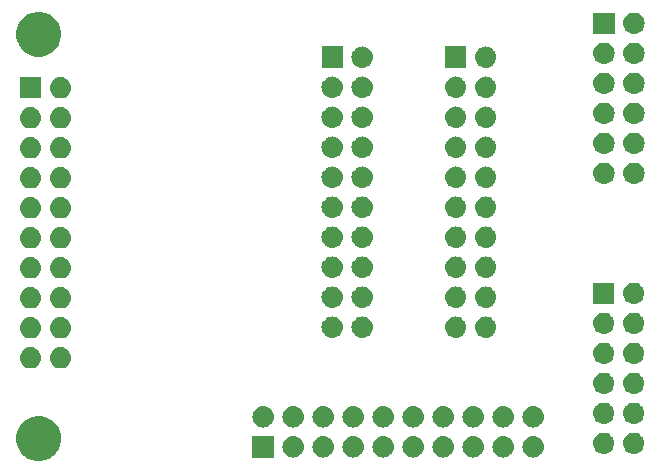
<source format=gbr>
G04 #@! TF.GenerationSoftware,KiCad,Pcbnew,(5.1.0-165-g615c49315)*
G04 #@! TF.CreationDate,2019-04-12T15:14:10+02:00*
G04 #@! TF.ProjectId,JTAGMux_1.0,4a544147-4d75-4785-9f31-2e302e6b6963,rev?*
G04 #@! TF.SameCoordinates,Original*
G04 #@! TF.FileFunction,Soldermask,Bot*
G04 #@! TF.FilePolarity,Negative*
%FSLAX46Y46*%
G04 Gerber Fmt 4.6, Leading zero omitted, Abs format (unit mm)*
G04 Created by KiCad (PCBNEW (5.1.0-165-g615c49315)) date 2019-04-12 15:14:10*
%MOMM*%
%LPD*%
G04 APERTURE LIST*
%ADD10C,0.100000*%
G04 APERTURE END LIST*
D10*
G36*
X54362901Y-144376354D02*
G01*
X54708861Y-144519656D01*
X55020217Y-144727697D01*
X55285003Y-144992483D01*
X55493044Y-145303839D01*
X55636346Y-145649799D01*
X55646737Y-145702037D01*
X55696023Y-145949814D01*
X55709400Y-146017068D01*
X55709400Y-146391532D01*
X55636346Y-146758801D01*
X55493044Y-147104761D01*
X55285003Y-147416117D01*
X55020217Y-147680903D01*
X54708861Y-147888944D01*
X54362901Y-148032246D01*
X53995633Y-148105300D01*
X53621167Y-148105300D01*
X53253899Y-148032246D01*
X52907939Y-147888944D01*
X52596583Y-147680903D01*
X52331797Y-147416117D01*
X52123756Y-147104761D01*
X51980454Y-146758801D01*
X51907400Y-146391532D01*
X51907400Y-146017068D01*
X51920778Y-145949814D01*
X51970063Y-145702037D01*
X51980454Y-145649799D01*
X52123756Y-145303839D01*
X52331797Y-144992483D01*
X52596583Y-144727697D01*
X52907939Y-144519656D01*
X53253899Y-144376354D01*
X53621167Y-144303300D01*
X53995633Y-144303300D01*
X54362901Y-144376354D01*
X54362901Y-144376354D01*
G37*
G36*
X73701000Y-147801000D02*
G01*
X71899000Y-147801000D01*
X71899000Y-145999000D01*
X73701000Y-145999000D01*
X73701000Y-147801000D01*
X73701000Y-147801000D01*
G37*
G36*
X95770442Y-146005518D02*
G01*
X95836627Y-146012037D01*
X96006466Y-146063557D01*
X96162991Y-146147222D01*
X96198729Y-146176552D01*
X96300186Y-146259814D01*
X96383448Y-146361271D01*
X96412778Y-146397009D01*
X96496443Y-146553534D01*
X96547963Y-146723373D01*
X96565359Y-146900000D01*
X96547963Y-147076627D01*
X96496443Y-147246466D01*
X96412778Y-147402991D01*
X96393532Y-147426442D01*
X96300186Y-147540186D01*
X96198729Y-147623448D01*
X96162991Y-147652778D01*
X96006466Y-147736443D01*
X95836627Y-147787963D01*
X95770442Y-147794482D01*
X95704260Y-147801000D01*
X95615740Y-147801000D01*
X95549558Y-147794482D01*
X95483373Y-147787963D01*
X95313534Y-147736443D01*
X95157009Y-147652778D01*
X95121271Y-147623448D01*
X95019814Y-147540186D01*
X94926468Y-147426442D01*
X94907222Y-147402991D01*
X94823557Y-147246466D01*
X94772037Y-147076627D01*
X94754641Y-146900000D01*
X94772037Y-146723373D01*
X94823557Y-146553534D01*
X94907222Y-146397009D01*
X94936552Y-146361271D01*
X95019814Y-146259814D01*
X95121271Y-146176552D01*
X95157009Y-146147222D01*
X95313534Y-146063557D01*
X95483373Y-146012037D01*
X95549558Y-146005518D01*
X95615740Y-145999000D01*
X95704260Y-145999000D01*
X95770442Y-146005518D01*
X95770442Y-146005518D01*
G37*
G36*
X93230442Y-146005518D02*
G01*
X93296627Y-146012037D01*
X93466466Y-146063557D01*
X93622991Y-146147222D01*
X93658729Y-146176552D01*
X93760186Y-146259814D01*
X93843448Y-146361271D01*
X93872778Y-146397009D01*
X93956443Y-146553534D01*
X94007963Y-146723373D01*
X94025359Y-146900000D01*
X94007963Y-147076627D01*
X93956443Y-147246466D01*
X93872778Y-147402991D01*
X93853532Y-147426442D01*
X93760186Y-147540186D01*
X93658729Y-147623448D01*
X93622991Y-147652778D01*
X93466466Y-147736443D01*
X93296627Y-147787963D01*
X93230442Y-147794482D01*
X93164260Y-147801000D01*
X93075740Y-147801000D01*
X93009558Y-147794482D01*
X92943373Y-147787963D01*
X92773534Y-147736443D01*
X92617009Y-147652778D01*
X92581271Y-147623448D01*
X92479814Y-147540186D01*
X92386468Y-147426442D01*
X92367222Y-147402991D01*
X92283557Y-147246466D01*
X92232037Y-147076627D01*
X92214641Y-146900000D01*
X92232037Y-146723373D01*
X92283557Y-146553534D01*
X92367222Y-146397009D01*
X92396552Y-146361271D01*
X92479814Y-146259814D01*
X92581271Y-146176552D01*
X92617009Y-146147222D01*
X92773534Y-146063557D01*
X92943373Y-146012037D01*
X93009558Y-146005518D01*
X93075740Y-145999000D01*
X93164260Y-145999000D01*
X93230442Y-146005518D01*
X93230442Y-146005518D01*
G37*
G36*
X90690442Y-146005518D02*
G01*
X90756627Y-146012037D01*
X90926466Y-146063557D01*
X91082991Y-146147222D01*
X91118729Y-146176552D01*
X91220186Y-146259814D01*
X91303448Y-146361271D01*
X91332778Y-146397009D01*
X91416443Y-146553534D01*
X91467963Y-146723373D01*
X91485359Y-146900000D01*
X91467963Y-147076627D01*
X91416443Y-147246466D01*
X91332778Y-147402991D01*
X91313532Y-147426442D01*
X91220186Y-147540186D01*
X91118729Y-147623448D01*
X91082991Y-147652778D01*
X90926466Y-147736443D01*
X90756627Y-147787963D01*
X90690442Y-147794482D01*
X90624260Y-147801000D01*
X90535740Y-147801000D01*
X90469558Y-147794482D01*
X90403373Y-147787963D01*
X90233534Y-147736443D01*
X90077009Y-147652778D01*
X90041271Y-147623448D01*
X89939814Y-147540186D01*
X89846468Y-147426442D01*
X89827222Y-147402991D01*
X89743557Y-147246466D01*
X89692037Y-147076627D01*
X89674641Y-146900000D01*
X89692037Y-146723373D01*
X89743557Y-146553534D01*
X89827222Y-146397009D01*
X89856552Y-146361271D01*
X89939814Y-146259814D01*
X90041271Y-146176552D01*
X90077009Y-146147222D01*
X90233534Y-146063557D01*
X90403373Y-146012037D01*
X90469558Y-146005518D01*
X90535740Y-145999000D01*
X90624260Y-145999000D01*
X90690442Y-146005518D01*
X90690442Y-146005518D01*
G37*
G36*
X88150442Y-146005518D02*
G01*
X88216627Y-146012037D01*
X88386466Y-146063557D01*
X88542991Y-146147222D01*
X88578729Y-146176552D01*
X88680186Y-146259814D01*
X88763448Y-146361271D01*
X88792778Y-146397009D01*
X88876443Y-146553534D01*
X88927963Y-146723373D01*
X88945359Y-146900000D01*
X88927963Y-147076627D01*
X88876443Y-147246466D01*
X88792778Y-147402991D01*
X88773532Y-147426442D01*
X88680186Y-147540186D01*
X88578729Y-147623448D01*
X88542991Y-147652778D01*
X88386466Y-147736443D01*
X88216627Y-147787963D01*
X88150442Y-147794482D01*
X88084260Y-147801000D01*
X87995740Y-147801000D01*
X87929558Y-147794482D01*
X87863373Y-147787963D01*
X87693534Y-147736443D01*
X87537009Y-147652778D01*
X87501271Y-147623448D01*
X87399814Y-147540186D01*
X87306468Y-147426442D01*
X87287222Y-147402991D01*
X87203557Y-147246466D01*
X87152037Y-147076627D01*
X87134641Y-146900000D01*
X87152037Y-146723373D01*
X87203557Y-146553534D01*
X87287222Y-146397009D01*
X87316552Y-146361271D01*
X87399814Y-146259814D01*
X87501271Y-146176552D01*
X87537009Y-146147222D01*
X87693534Y-146063557D01*
X87863373Y-146012037D01*
X87929558Y-146005518D01*
X87995740Y-145999000D01*
X88084260Y-145999000D01*
X88150442Y-146005518D01*
X88150442Y-146005518D01*
G37*
G36*
X83070442Y-146005518D02*
G01*
X83136627Y-146012037D01*
X83306466Y-146063557D01*
X83462991Y-146147222D01*
X83498729Y-146176552D01*
X83600186Y-146259814D01*
X83683448Y-146361271D01*
X83712778Y-146397009D01*
X83796443Y-146553534D01*
X83847963Y-146723373D01*
X83865359Y-146900000D01*
X83847963Y-147076627D01*
X83796443Y-147246466D01*
X83712778Y-147402991D01*
X83693532Y-147426442D01*
X83600186Y-147540186D01*
X83498729Y-147623448D01*
X83462991Y-147652778D01*
X83306466Y-147736443D01*
X83136627Y-147787963D01*
X83070442Y-147794482D01*
X83004260Y-147801000D01*
X82915740Y-147801000D01*
X82849558Y-147794482D01*
X82783373Y-147787963D01*
X82613534Y-147736443D01*
X82457009Y-147652778D01*
X82421271Y-147623448D01*
X82319814Y-147540186D01*
X82226468Y-147426442D01*
X82207222Y-147402991D01*
X82123557Y-147246466D01*
X82072037Y-147076627D01*
X82054641Y-146900000D01*
X82072037Y-146723373D01*
X82123557Y-146553534D01*
X82207222Y-146397009D01*
X82236552Y-146361271D01*
X82319814Y-146259814D01*
X82421271Y-146176552D01*
X82457009Y-146147222D01*
X82613534Y-146063557D01*
X82783373Y-146012037D01*
X82849558Y-146005518D01*
X82915740Y-145999000D01*
X83004260Y-145999000D01*
X83070442Y-146005518D01*
X83070442Y-146005518D01*
G37*
G36*
X85610442Y-146005518D02*
G01*
X85676627Y-146012037D01*
X85846466Y-146063557D01*
X86002991Y-146147222D01*
X86038729Y-146176552D01*
X86140186Y-146259814D01*
X86223448Y-146361271D01*
X86252778Y-146397009D01*
X86336443Y-146553534D01*
X86387963Y-146723373D01*
X86405359Y-146900000D01*
X86387963Y-147076627D01*
X86336443Y-147246466D01*
X86252778Y-147402991D01*
X86233532Y-147426442D01*
X86140186Y-147540186D01*
X86038729Y-147623448D01*
X86002991Y-147652778D01*
X85846466Y-147736443D01*
X85676627Y-147787963D01*
X85610442Y-147794482D01*
X85544260Y-147801000D01*
X85455740Y-147801000D01*
X85389558Y-147794482D01*
X85323373Y-147787963D01*
X85153534Y-147736443D01*
X84997009Y-147652778D01*
X84961271Y-147623448D01*
X84859814Y-147540186D01*
X84766468Y-147426442D01*
X84747222Y-147402991D01*
X84663557Y-147246466D01*
X84612037Y-147076627D01*
X84594641Y-146900000D01*
X84612037Y-146723373D01*
X84663557Y-146553534D01*
X84747222Y-146397009D01*
X84776552Y-146361271D01*
X84859814Y-146259814D01*
X84961271Y-146176552D01*
X84997009Y-146147222D01*
X85153534Y-146063557D01*
X85323373Y-146012037D01*
X85389558Y-146005518D01*
X85455740Y-145999000D01*
X85544260Y-145999000D01*
X85610442Y-146005518D01*
X85610442Y-146005518D01*
G37*
G36*
X75450442Y-146005518D02*
G01*
X75516627Y-146012037D01*
X75686466Y-146063557D01*
X75842991Y-146147222D01*
X75878729Y-146176552D01*
X75980186Y-146259814D01*
X76063448Y-146361271D01*
X76092778Y-146397009D01*
X76176443Y-146553534D01*
X76227963Y-146723373D01*
X76245359Y-146900000D01*
X76227963Y-147076627D01*
X76176443Y-147246466D01*
X76092778Y-147402991D01*
X76073532Y-147426442D01*
X75980186Y-147540186D01*
X75878729Y-147623448D01*
X75842991Y-147652778D01*
X75686466Y-147736443D01*
X75516627Y-147787963D01*
X75450442Y-147794482D01*
X75384260Y-147801000D01*
X75295740Y-147801000D01*
X75229558Y-147794482D01*
X75163373Y-147787963D01*
X74993534Y-147736443D01*
X74837009Y-147652778D01*
X74801271Y-147623448D01*
X74699814Y-147540186D01*
X74606468Y-147426442D01*
X74587222Y-147402991D01*
X74503557Y-147246466D01*
X74452037Y-147076627D01*
X74434641Y-146900000D01*
X74452037Y-146723373D01*
X74503557Y-146553534D01*
X74587222Y-146397009D01*
X74616552Y-146361271D01*
X74699814Y-146259814D01*
X74801271Y-146176552D01*
X74837009Y-146147222D01*
X74993534Y-146063557D01*
X75163373Y-146012037D01*
X75229558Y-146005518D01*
X75295740Y-145999000D01*
X75384260Y-145999000D01*
X75450442Y-146005518D01*
X75450442Y-146005518D01*
G37*
G36*
X80530442Y-146005518D02*
G01*
X80596627Y-146012037D01*
X80766466Y-146063557D01*
X80922991Y-146147222D01*
X80958729Y-146176552D01*
X81060186Y-146259814D01*
X81143448Y-146361271D01*
X81172778Y-146397009D01*
X81256443Y-146553534D01*
X81307963Y-146723373D01*
X81325359Y-146900000D01*
X81307963Y-147076627D01*
X81256443Y-147246466D01*
X81172778Y-147402991D01*
X81153532Y-147426442D01*
X81060186Y-147540186D01*
X80958729Y-147623448D01*
X80922991Y-147652778D01*
X80766466Y-147736443D01*
X80596627Y-147787963D01*
X80530442Y-147794482D01*
X80464260Y-147801000D01*
X80375740Y-147801000D01*
X80309558Y-147794482D01*
X80243373Y-147787963D01*
X80073534Y-147736443D01*
X79917009Y-147652778D01*
X79881271Y-147623448D01*
X79779814Y-147540186D01*
X79686468Y-147426442D01*
X79667222Y-147402991D01*
X79583557Y-147246466D01*
X79532037Y-147076627D01*
X79514641Y-146900000D01*
X79532037Y-146723373D01*
X79583557Y-146553534D01*
X79667222Y-146397009D01*
X79696552Y-146361271D01*
X79779814Y-146259814D01*
X79881271Y-146176552D01*
X79917009Y-146147222D01*
X80073534Y-146063557D01*
X80243373Y-146012037D01*
X80309558Y-146005518D01*
X80375740Y-145999000D01*
X80464260Y-145999000D01*
X80530442Y-146005518D01*
X80530442Y-146005518D01*
G37*
G36*
X77990442Y-146005518D02*
G01*
X78056627Y-146012037D01*
X78226466Y-146063557D01*
X78382991Y-146147222D01*
X78418729Y-146176552D01*
X78520186Y-146259814D01*
X78603448Y-146361271D01*
X78632778Y-146397009D01*
X78716443Y-146553534D01*
X78767963Y-146723373D01*
X78785359Y-146900000D01*
X78767963Y-147076627D01*
X78716443Y-147246466D01*
X78632778Y-147402991D01*
X78613532Y-147426442D01*
X78520186Y-147540186D01*
X78418729Y-147623448D01*
X78382991Y-147652778D01*
X78226466Y-147736443D01*
X78056627Y-147787963D01*
X77990442Y-147794482D01*
X77924260Y-147801000D01*
X77835740Y-147801000D01*
X77769558Y-147794482D01*
X77703373Y-147787963D01*
X77533534Y-147736443D01*
X77377009Y-147652778D01*
X77341271Y-147623448D01*
X77239814Y-147540186D01*
X77146468Y-147426442D01*
X77127222Y-147402991D01*
X77043557Y-147246466D01*
X76992037Y-147076627D01*
X76974641Y-146900000D01*
X76992037Y-146723373D01*
X77043557Y-146553534D01*
X77127222Y-146397009D01*
X77156552Y-146361271D01*
X77239814Y-146259814D01*
X77341271Y-146176552D01*
X77377009Y-146147222D01*
X77533534Y-146063557D01*
X77703373Y-146012037D01*
X77769558Y-146005518D01*
X77835740Y-145999000D01*
X77924260Y-145999000D01*
X77990442Y-146005518D01*
X77990442Y-146005518D01*
G37*
G36*
X104280443Y-145695519D02*
G01*
X104346627Y-145702037D01*
X104516466Y-145753557D01*
X104672991Y-145837222D01*
X104708729Y-145866552D01*
X104810186Y-145949814D01*
X104893448Y-146051271D01*
X104922778Y-146087009D01*
X105006443Y-146243534D01*
X105057963Y-146413373D01*
X105075359Y-146590000D01*
X105057963Y-146766627D01*
X105006443Y-146936466D01*
X104922778Y-147092991D01*
X104893448Y-147128729D01*
X104810186Y-147230186D01*
X104708729Y-147313448D01*
X104672991Y-147342778D01*
X104672989Y-147342779D01*
X104535785Y-147416117D01*
X104516466Y-147426443D01*
X104346627Y-147477963D01*
X104280443Y-147484481D01*
X104214260Y-147491000D01*
X104125740Y-147491000D01*
X104059557Y-147484481D01*
X103993373Y-147477963D01*
X103823534Y-147426443D01*
X103804216Y-147416117D01*
X103667011Y-147342779D01*
X103667009Y-147342778D01*
X103631271Y-147313448D01*
X103529814Y-147230186D01*
X103446552Y-147128729D01*
X103417222Y-147092991D01*
X103333557Y-146936466D01*
X103282037Y-146766627D01*
X103264641Y-146590000D01*
X103282037Y-146413373D01*
X103333557Y-146243534D01*
X103417222Y-146087009D01*
X103446552Y-146051271D01*
X103529814Y-145949814D01*
X103631271Y-145866552D01*
X103667009Y-145837222D01*
X103823534Y-145753557D01*
X103993373Y-145702037D01*
X104059557Y-145695519D01*
X104125740Y-145689000D01*
X104214260Y-145689000D01*
X104280443Y-145695519D01*
X104280443Y-145695519D01*
G37*
G36*
X101740443Y-145695519D02*
G01*
X101806627Y-145702037D01*
X101976466Y-145753557D01*
X102132991Y-145837222D01*
X102168729Y-145866552D01*
X102270186Y-145949814D01*
X102353448Y-146051271D01*
X102382778Y-146087009D01*
X102466443Y-146243534D01*
X102517963Y-146413373D01*
X102535359Y-146590000D01*
X102517963Y-146766627D01*
X102466443Y-146936466D01*
X102382778Y-147092991D01*
X102353448Y-147128729D01*
X102270186Y-147230186D01*
X102168729Y-147313448D01*
X102132991Y-147342778D01*
X102132989Y-147342779D01*
X101995785Y-147416117D01*
X101976466Y-147426443D01*
X101806627Y-147477963D01*
X101740443Y-147484481D01*
X101674260Y-147491000D01*
X101585740Y-147491000D01*
X101519557Y-147484481D01*
X101453373Y-147477963D01*
X101283534Y-147426443D01*
X101264216Y-147416117D01*
X101127011Y-147342779D01*
X101127009Y-147342778D01*
X101091271Y-147313448D01*
X100989814Y-147230186D01*
X100906552Y-147128729D01*
X100877222Y-147092991D01*
X100793557Y-146936466D01*
X100742037Y-146766627D01*
X100724641Y-146590000D01*
X100742037Y-146413373D01*
X100793557Y-146243534D01*
X100877222Y-146087009D01*
X100906552Y-146051271D01*
X100989814Y-145949814D01*
X101091271Y-145866552D01*
X101127009Y-145837222D01*
X101283534Y-145753557D01*
X101453373Y-145702037D01*
X101519557Y-145695519D01*
X101585740Y-145689000D01*
X101674260Y-145689000D01*
X101740443Y-145695519D01*
X101740443Y-145695519D01*
G37*
G36*
X93230443Y-143465519D02*
G01*
X93296627Y-143472037D01*
X93466466Y-143523557D01*
X93622991Y-143607222D01*
X93658729Y-143636552D01*
X93760186Y-143719814D01*
X93843448Y-143821271D01*
X93872778Y-143857009D01*
X93956443Y-144013534D01*
X94007963Y-144183373D01*
X94025359Y-144360000D01*
X94007963Y-144536627D01*
X93956443Y-144706466D01*
X93872778Y-144862991D01*
X93853532Y-144886442D01*
X93760186Y-145000186D01*
X93658729Y-145083448D01*
X93622991Y-145112778D01*
X93466466Y-145196443D01*
X93296627Y-145247963D01*
X93230443Y-145254481D01*
X93164260Y-145261000D01*
X93075740Y-145261000D01*
X93009557Y-145254481D01*
X92943373Y-145247963D01*
X92773534Y-145196443D01*
X92617009Y-145112778D01*
X92581271Y-145083448D01*
X92479814Y-145000186D01*
X92386468Y-144886442D01*
X92367222Y-144862991D01*
X92283557Y-144706466D01*
X92232037Y-144536627D01*
X92214641Y-144360000D01*
X92232037Y-144183373D01*
X92283557Y-144013534D01*
X92367222Y-143857009D01*
X92396552Y-143821271D01*
X92479814Y-143719814D01*
X92581271Y-143636552D01*
X92617009Y-143607222D01*
X92773534Y-143523557D01*
X92943373Y-143472037D01*
X93009557Y-143465519D01*
X93075740Y-143459000D01*
X93164260Y-143459000D01*
X93230443Y-143465519D01*
X93230443Y-143465519D01*
G37*
G36*
X72910443Y-143465519D02*
G01*
X72976627Y-143472037D01*
X73146466Y-143523557D01*
X73302991Y-143607222D01*
X73338729Y-143636552D01*
X73440186Y-143719814D01*
X73523448Y-143821271D01*
X73552778Y-143857009D01*
X73636443Y-144013534D01*
X73687963Y-144183373D01*
X73705359Y-144360000D01*
X73687963Y-144536627D01*
X73636443Y-144706466D01*
X73552778Y-144862991D01*
X73533532Y-144886442D01*
X73440186Y-145000186D01*
X73338729Y-145083448D01*
X73302991Y-145112778D01*
X73146466Y-145196443D01*
X72976627Y-145247963D01*
X72910443Y-145254481D01*
X72844260Y-145261000D01*
X72755740Y-145261000D01*
X72689557Y-145254481D01*
X72623373Y-145247963D01*
X72453534Y-145196443D01*
X72297009Y-145112778D01*
X72261271Y-145083448D01*
X72159814Y-145000186D01*
X72066468Y-144886442D01*
X72047222Y-144862991D01*
X71963557Y-144706466D01*
X71912037Y-144536627D01*
X71894641Y-144360000D01*
X71912037Y-144183373D01*
X71963557Y-144013534D01*
X72047222Y-143857009D01*
X72076552Y-143821271D01*
X72159814Y-143719814D01*
X72261271Y-143636552D01*
X72297009Y-143607222D01*
X72453534Y-143523557D01*
X72623373Y-143472037D01*
X72689557Y-143465519D01*
X72755740Y-143459000D01*
X72844260Y-143459000D01*
X72910443Y-143465519D01*
X72910443Y-143465519D01*
G37*
G36*
X95770443Y-143465519D02*
G01*
X95836627Y-143472037D01*
X96006466Y-143523557D01*
X96162991Y-143607222D01*
X96198729Y-143636552D01*
X96300186Y-143719814D01*
X96383448Y-143821271D01*
X96412778Y-143857009D01*
X96496443Y-144013534D01*
X96547963Y-144183373D01*
X96565359Y-144360000D01*
X96547963Y-144536627D01*
X96496443Y-144706466D01*
X96412778Y-144862991D01*
X96393532Y-144886442D01*
X96300186Y-145000186D01*
X96198729Y-145083448D01*
X96162991Y-145112778D01*
X96006466Y-145196443D01*
X95836627Y-145247963D01*
X95770443Y-145254481D01*
X95704260Y-145261000D01*
X95615740Y-145261000D01*
X95549557Y-145254481D01*
X95483373Y-145247963D01*
X95313534Y-145196443D01*
X95157009Y-145112778D01*
X95121271Y-145083448D01*
X95019814Y-145000186D01*
X94926468Y-144886442D01*
X94907222Y-144862991D01*
X94823557Y-144706466D01*
X94772037Y-144536627D01*
X94754641Y-144360000D01*
X94772037Y-144183373D01*
X94823557Y-144013534D01*
X94907222Y-143857009D01*
X94936552Y-143821271D01*
X95019814Y-143719814D01*
X95121271Y-143636552D01*
X95157009Y-143607222D01*
X95313534Y-143523557D01*
X95483373Y-143472037D01*
X95549557Y-143465519D01*
X95615740Y-143459000D01*
X95704260Y-143459000D01*
X95770443Y-143465519D01*
X95770443Y-143465519D01*
G37*
G36*
X75450443Y-143465519D02*
G01*
X75516627Y-143472037D01*
X75686466Y-143523557D01*
X75842991Y-143607222D01*
X75878729Y-143636552D01*
X75980186Y-143719814D01*
X76063448Y-143821271D01*
X76092778Y-143857009D01*
X76176443Y-144013534D01*
X76227963Y-144183373D01*
X76245359Y-144360000D01*
X76227963Y-144536627D01*
X76176443Y-144706466D01*
X76092778Y-144862991D01*
X76073532Y-144886442D01*
X75980186Y-145000186D01*
X75878729Y-145083448D01*
X75842991Y-145112778D01*
X75686466Y-145196443D01*
X75516627Y-145247963D01*
X75450443Y-145254481D01*
X75384260Y-145261000D01*
X75295740Y-145261000D01*
X75229557Y-145254481D01*
X75163373Y-145247963D01*
X74993534Y-145196443D01*
X74837009Y-145112778D01*
X74801271Y-145083448D01*
X74699814Y-145000186D01*
X74606468Y-144886442D01*
X74587222Y-144862991D01*
X74503557Y-144706466D01*
X74452037Y-144536627D01*
X74434641Y-144360000D01*
X74452037Y-144183373D01*
X74503557Y-144013534D01*
X74587222Y-143857009D01*
X74616552Y-143821271D01*
X74699814Y-143719814D01*
X74801271Y-143636552D01*
X74837009Y-143607222D01*
X74993534Y-143523557D01*
X75163373Y-143472037D01*
X75229557Y-143465519D01*
X75295740Y-143459000D01*
X75384260Y-143459000D01*
X75450443Y-143465519D01*
X75450443Y-143465519D01*
G37*
G36*
X77990443Y-143465519D02*
G01*
X78056627Y-143472037D01*
X78226466Y-143523557D01*
X78382991Y-143607222D01*
X78418729Y-143636552D01*
X78520186Y-143719814D01*
X78603448Y-143821271D01*
X78632778Y-143857009D01*
X78716443Y-144013534D01*
X78767963Y-144183373D01*
X78785359Y-144360000D01*
X78767963Y-144536627D01*
X78716443Y-144706466D01*
X78632778Y-144862991D01*
X78613532Y-144886442D01*
X78520186Y-145000186D01*
X78418729Y-145083448D01*
X78382991Y-145112778D01*
X78226466Y-145196443D01*
X78056627Y-145247963D01*
X77990443Y-145254481D01*
X77924260Y-145261000D01*
X77835740Y-145261000D01*
X77769557Y-145254481D01*
X77703373Y-145247963D01*
X77533534Y-145196443D01*
X77377009Y-145112778D01*
X77341271Y-145083448D01*
X77239814Y-145000186D01*
X77146468Y-144886442D01*
X77127222Y-144862991D01*
X77043557Y-144706466D01*
X76992037Y-144536627D01*
X76974641Y-144360000D01*
X76992037Y-144183373D01*
X77043557Y-144013534D01*
X77127222Y-143857009D01*
X77156552Y-143821271D01*
X77239814Y-143719814D01*
X77341271Y-143636552D01*
X77377009Y-143607222D01*
X77533534Y-143523557D01*
X77703373Y-143472037D01*
X77769557Y-143465519D01*
X77835740Y-143459000D01*
X77924260Y-143459000D01*
X77990443Y-143465519D01*
X77990443Y-143465519D01*
G37*
G36*
X90690443Y-143465519D02*
G01*
X90756627Y-143472037D01*
X90926466Y-143523557D01*
X91082991Y-143607222D01*
X91118729Y-143636552D01*
X91220186Y-143719814D01*
X91303448Y-143821271D01*
X91332778Y-143857009D01*
X91416443Y-144013534D01*
X91467963Y-144183373D01*
X91485359Y-144360000D01*
X91467963Y-144536627D01*
X91416443Y-144706466D01*
X91332778Y-144862991D01*
X91313532Y-144886442D01*
X91220186Y-145000186D01*
X91118729Y-145083448D01*
X91082991Y-145112778D01*
X90926466Y-145196443D01*
X90756627Y-145247963D01*
X90690443Y-145254481D01*
X90624260Y-145261000D01*
X90535740Y-145261000D01*
X90469557Y-145254481D01*
X90403373Y-145247963D01*
X90233534Y-145196443D01*
X90077009Y-145112778D01*
X90041271Y-145083448D01*
X89939814Y-145000186D01*
X89846468Y-144886442D01*
X89827222Y-144862991D01*
X89743557Y-144706466D01*
X89692037Y-144536627D01*
X89674641Y-144360000D01*
X89692037Y-144183373D01*
X89743557Y-144013534D01*
X89827222Y-143857009D01*
X89856552Y-143821271D01*
X89939814Y-143719814D01*
X90041271Y-143636552D01*
X90077009Y-143607222D01*
X90233534Y-143523557D01*
X90403373Y-143472037D01*
X90469557Y-143465519D01*
X90535740Y-143459000D01*
X90624260Y-143459000D01*
X90690443Y-143465519D01*
X90690443Y-143465519D01*
G37*
G36*
X80530443Y-143465519D02*
G01*
X80596627Y-143472037D01*
X80766466Y-143523557D01*
X80922991Y-143607222D01*
X80958729Y-143636552D01*
X81060186Y-143719814D01*
X81143448Y-143821271D01*
X81172778Y-143857009D01*
X81256443Y-144013534D01*
X81307963Y-144183373D01*
X81325359Y-144360000D01*
X81307963Y-144536627D01*
X81256443Y-144706466D01*
X81172778Y-144862991D01*
X81153532Y-144886442D01*
X81060186Y-145000186D01*
X80958729Y-145083448D01*
X80922991Y-145112778D01*
X80766466Y-145196443D01*
X80596627Y-145247963D01*
X80530443Y-145254481D01*
X80464260Y-145261000D01*
X80375740Y-145261000D01*
X80309557Y-145254481D01*
X80243373Y-145247963D01*
X80073534Y-145196443D01*
X79917009Y-145112778D01*
X79881271Y-145083448D01*
X79779814Y-145000186D01*
X79686468Y-144886442D01*
X79667222Y-144862991D01*
X79583557Y-144706466D01*
X79532037Y-144536627D01*
X79514641Y-144360000D01*
X79532037Y-144183373D01*
X79583557Y-144013534D01*
X79667222Y-143857009D01*
X79696552Y-143821271D01*
X79779814Y-143719814D01*
X79881271Y-143636552D01*
X79917009Y-143607222D01*
X80073534Y-143523557D01*
X80243373Y-143472037D01*
X80309557Y-143465519D01*
X80375740Y-143459000D01*
X80464260Y-143459000D01*
X80530443Y-143465519D01*
X80530443Y-143465519D01*
G37*
G36*
X88150443Y-143465519D02*
G01*
X88216627Y-143472037D01*
X88386466Y-143523557D01*
X88542991Y-143607222D01*
X88578729Y-143636552D01*
X88680186Y-143719814D01*
X88763448Y-143821271D01*
X88792778Y-143857009D01*
X88876443Y-144013534D01*
X88927963Y-144183373D01*
X88945359Y-144360000D01*
X88927963Y-144536627D01*
X88876443Y-144706466D01*
X88792778Y-144862991D01*
X88773532Y-144886442D01*
X88680186Y-145000186D01*
X88578729Y-145083448D01*
X88542991Y-145112778D01*
X88386466Y-145196443D01*
X88216627Y-145247963D01*
X88150443Y-145254481D01*
X88084260Y-145261000D01*
X87995740Y-145261000D01*
X87929557Y-145254481D01*
X87863373Y-145247963D01*
X87693534Y-145196443D01*
X87537009Y-145112778D01*
X87501271Y-145083448D01*
X87399814Y-145000186D01*
X87306468Y-144886442D01*
X87287222Y-144862991D01*
X87203557Y-144706466D01*
X87152037Y-144536627D01*
X87134641Y-144360000D01*
X87152037Y-144183373D01*
X87203557Y-144013534D01*
X87287222Y-143857009D01*
X87316552Y-143821271D01*
X87399814Y-143719814D01*
X87501271Y-143636552D01*
X87537009Y-143607222D01*
X87693534Y-143523557D01*
X87863373Y-143472037D01*
X87929557Y-143465519D01*
X87995740Y-143459000D01*
X88084260Y-143459000D01*
X88150443Y-143465519D01*
X88150443Y-143465519D01*
G37*
G36*
X83070443Y-143465519D02*
G01*
X83136627Y-143472037D01*
X83306466Y-143523557D01*
X83462991Y-143607222D01*
X83498729Y-143636552D01*
X83600186Y-143719814D01*
X83683448Y-143821271D01*
X83712778Y-143857009D01*
X83796443Y-144013534D01*
X83847963Y-144183373D01*
X83865359Y-144360000D01*
X83847963Y-144536627D01*
X83796443Y-144706466D01*
X83712778Y-144862991D01*
X83693532Y-144886442D01*
X83600186Y-145000186D01*
X83498729Y-145083448D01*
X83462991Y-145112778D01*
X83306466Y-145196443D01*
X83136627Y-145247963D01*
X83070443Y-145254481D01*
X83004260Y-145261000D01*
X82915740Y-145261000D01*
X82849557Y-145254481D01*
X82783373Y-145247963D01*
X82613534Y-145196443D01*
X82457009Y-145112778D01*
X82421271Y-145083448D01*
X82319814Y-145000186D01*
X82226468Y-144886442D01*
X82207222Y-144862991D01*
X82123557Y-144706466D01*
X82072037Y-144536627D01*
X82054641Y-144360000D01*
X82072037Y-144183373D01*
X82123557Y-144013534D01*
X82207222Y-143857009D01*
X82236552Y-143821271D01*
X82319814Y-143719814D01*
X82421271Y-143636552D01*
X82457009Y-143607222D01*
X82613534Y-143523557D01*
X82783373Y-143472037D01*
X82849557Y-143465519D01*
X82915740Y-143459000D01*
X83004260Y-143459000D01*
X83070443Y-143465519D01*
X83070443Y-143465519D01*
G37*
G36*
X85610443Y-143465519D02*
G01*
X85676627Y-143472037D01*
X85846466Y-143523557D01*
X86002991Y-143607222D01*
X86038729Y-143636552D01*
X86140186Y-143719814D01*
X86223448Y-143821271D01*
X86252778Y-143857009D01*
X86336443Y-144013534D01*
X86387963Y-144183373D01*
X86405359Y-144360000D01*
X86387963Y-144536627D01*
X86336443Y-144706466D01*
X86252778Y-144862991D01*
X86233532Y-144886442D01*
X86140186Y-145000186D01*
X86038729Y-145083448D01*
X86002991Y-145112778D01*
X85846466Y-145196443D01*
X85676627Y-145247963D01*
X85610443Y-145254481D01*
X85544260Y-145261000D01*
X85455740Y-145261000D01*
X85389557Y-145254481D01*
X85323373Y-145247963D01*
X85153534Y-145196443D01*
X84997009Y-145112778D01*
X84961271Y-145083448D01*
X84859814Y-145000186D01*
X84766468Y-144886442D01*
X84747222Y-144862991D01*
X84663557Y-144706466D01*
X84612037Y-144536627D01*
X84594641Y-144360000D01*
X84612037Y-144183373D01*
X84663557Y-144013534D01*
X84747222Y-143857009D01*
X84776552Y-143821271D01*
X84859814Y-143719814D01*
X84961271Y-143636552D01*
X84997009Y-143607222D01*
X85153534Y-143523557D01*
X85323373Y-143472037D01*
X85389557Y-143465519D01*
X85455740Y-143459000D01*
X85544260Y-143459000D01*
X85610443Y-143465519D01*
X85610443Y-143465519D01*
G37*
G36*
X104280442Y-143155518D02*
G01*
X104346627Y-143162037D01*
X104516466Y-143213557D01*
X104672991Y-143297222D01*
X104708729Y-143326552D01*
X104810186Y-143409814D01*
X104861250Y-143472037D01*
X104922778Y-143547009D01*
X105006443Y-143703534D01*
X105057963Y-143873373D01*
X105075359Y-144050000D01*
X105057963Y-144226627D01*
X105006443Y-144396466D01*
X104922778Y-144552991D01*
X104893448Y-144588729D01*
X104810186Y-144690186D01*
X104708729Y-144773448D01*
X104672991Y-144802778D01*
X104516466Y-144886443D01*
X104346627Y-144937963D01*
X104280442Y-144944482D01*
X104214260Y-144951000D01*
X104125740Y-144951000D01*
X104059558Y-144944482D01*
X103993373Y-144937963D01*
X103823534Y-144886443D01*
X103667009Y-144802778D01*
X103631271Y-144773448D01*
X103529814Y-144690186D01*
X103446552Y-144588729D01*
X103417222Y-144552991D01*
X103333557Y-144396466D01*
X103282037Y-144226627D01*
X103264641Y-144050000D01*
X103282037Y-143873373D01*
X103333557Y-143703534D01*
X103417222Y-143547009D01*
X103478750Y-143472037D01*
X103529814Y-143409814D01*
X103631271Y-143326552D01*
X103667009Y-143297222D01*
X103823534Y-143213557D01*
X103993373Y-143162037D01*
X104059558Y-143155518D01*
X104125740Y-143149000D01*
X104214260Y-143149000D01*
X104280442Y-143155518D01*
X104280442Y-143155518D01*
G37*
G36*
X101740442Y-143155518D02*
G01*
X101806627Y-143162037D01*
X101976466Y-143213557D01*
X102132991Y-143297222D01*
X102168729Y-143326552D01*
X102270186Y-143409814D01*
X102321250Y-143472037D01*
X102382778Y-143547009D01*
X102466443Y-143703534D01*
X102517963Y-143873373D01*
X102535359Y-144050000D01*
X102517963Y-144226627D01*
X102466443Y-144396466D01*
X102382778Y-144552991D01*
X102353448Y-144588729D01*
X102270186Y-144690186D01*
X102168729Y-144773448D01*
X102132991Y-144802778D01*
X101976466Y-144886443D01*
X101806627Y-144937963D01*
X101740442Y-144944482D01*
X101674260Y-144951000D01*
X101585740Y-144951000D01*
X101519558Y-144944482D01*
X101453373Y-144937963D01*
X101283534Y-144886443D01*
X101127009Y-144802778D01*
X101091271Y-144773448D01*
X100989814Y-144690186D01*
X100906552Y-144588729D01*
X100877222Y-144552991D01*
X100793557Y-144396466D01*
X100742037Y-144226627D01*
X100724641Y-144050000D01*
X100742037Y-143873373D01*
X100793557Y-143703534D01*
X100877222Y-143547009D01*
X100938750Y-143472037D01*
X100989814Y-143409814D01*
X101091271Y-143326552D01*
X101127009Y-143297222D01*
X101283534Y-143213557D01*
X101453373Y-143162037D01*
X101519558Y-143155518D01*
X101585740Y-143149000D01*
X101674260Y-143149000D01*
X101740442Y-143155518D01*
X101740442Y-143155518D01*
G37*
G36*
X104280443Y-140615519D02*
G01*
X104346627Y-140622037D01*
X104516466Y-140673557D01*
X104672991Y-140757222D01*
X104708729Y-140786552D01*
X104810186Y-140869814D01*
X104893448Y-140971271D01*
X104922778Y-141007009D01*
X105006443Y-141163534D01*
X105057963Y-141333373D01*
X105075359Y-141510000D01*
X105057963Y-141686627D01*
X105006443Y-141856466D01*
X104922778Y-142012991D01*
X104893448Y-142048729D01*
X104810186Y-142150186D01*
X104708729Y-142233448D01*
X104672991Y-142262778D01*
X104516466Y-142346443D01*
X104346627Y-142397963D01*
X104280443Y-142404481D01*
X104214260Y-142411000D01*
X104125740Y-142411000D01*
X104059557Y-142404481D01*
X103993373Y-142397963D01*
X103823534Y-142346443D01*
X103667009Y-142262778D01*
X103631271Y-142233448D01*
X103529814Y-142150186D01*
X103446552Y-142048729D01*
X103417222Y-142012991D01*
X103333557Y-141856466D01*
X103282037Y-141686627D01*
X103264641Y-141510000D01*
X103282037Y-141333373D01*
X103333557Y-141163534D01*
X103417222Y-141007009D01*
X103446552Y-140971271D01*
X103529814Y-140869814D01*
X103631271Y-140786552D01*
X103667009Y-140757222D01*
X103823534Y-140673557D01*
X103993373Y-140622037D01*
X104059557Y-140615519D01*
X104125740Y-140609000D01*
X104214260Y-140609000D01*
X104280443Y-140615519D01*
X104280443Y-140615519D01*
G37*
G36*
X101740443Y-140615519D02*
G01*
X101806627Y-140622037D01*
X101976466Y-140673557D01*
X102132991Y-140757222D01*
X102168729Y-140786552D01*
X102270186Y-140869814D01*
X102353448Y-140971271D01*
X102382778Y-141007009D01*
X102466443Y-141163534D01*
X102517963Y-141333373D01*
X102535359Y-141510000D01*
X102517963Y-141686627D01*
X102466443Y-141856466D01*
X102382778Y-142012991D01*
X102353448Y-142048729D01*
X102270186Y-142150186D01*
X102168729Y-142233448D01*
X102132991Y-142262778D01*
X101976466Y-142346443D01*
X101806627Y-142397963D01*
X101740443Y-142404481D01*
X101674260Y-142411000D01*
X101585740Y-142411000D01*
X101519557Y-142404481D01*
X101453373Y-142397963D01*
X101283534Y-142346443D01*
X101127009Y-142262778D01*
X101091271Y-142233448D01*
X100989814Y-142150186D01*
X100906552Y-142048729D01*
X100877222Y-142012991D01*
X100793557Y-141856466D01*
X100742037Y-141686627D01*
X100724641Y-141510000D01*
X100742037Y-141333373D01*
X100793557Y-141163534D01*
X100877222Y-141007009D01*
X100906552Y-140971271D01*
X100989814Y-140869814D01*
X101091271Y-140786552D01*
X101127009Y-140757222D01*
X101283534Y-140673557D01*
X101453373Y-140622037D01*
X101519557Y-140615519D01*
X101585740Y-140609000D01*
X101674260Y-140609000D01*
X101740443Y-140615519D01*
X101740443Y-140615519D01*
G37*
G36*
X55750442Y-138455518D02*
G01*
X55816627Y-138462037D01*
X55986466Y-138513557D01*
X56142991Y-138597222D01*
X56175050Y-138623532D01*
X56280186Y-138709814D01*
X56363448Y-138811271D01*
X56392778Y-138847009D01*
X56476443Y-139003534D01*
X56527963Y-139173373D01*
X56545359Y-139350000D01*
X56527963Y-139526627D01*
X56476443Y-139696466D01*
X56392778Y-139852991D01*
X56377998Y-139871000D01*
X56280186Y-139990186D01*
X56178729Y-140073448D01*
X56142991Y-140102778D01*
X55986466Y-140186443D01*
X55816627Y-140237963D01*
X55750442Y-140244482D01*
X55684260Y-140251000D01*
X55595740Y-140251000D01*
X55529558Y-140244482D01*
X55463373Y-140237963D01*
X55293534Y-140186443D01*
X55137009Y-140102778D01*
X55101271Y-140073448D01*
X54999814Y-139990186D01*
X54902002Y-139871000D01*
X54887222Y-139852991D01*
X54803557Y-139696466D01*
X54752037Y-139526627D01*
X54734641Y-139350000D01*
X54752037Y-139173373D01*
X54803557Y-139003534D01*
X54887222Y-138847009D01*
X54916552Y-138811271D01*
X54999814Y-138709814D01*
X55104950Y-138623532D01*
X55137009Y-138597222D01*
X55293534Y-138513557D01*
X55463373Y-138462037D01*
X55529558Y-138455518D01*
X55595740Y-138449000D01*
X55684260Y-138449000D01*
X55750442Y-138455518D01*
X55750442Y-138455518D01*
G37*
G36*
X53210442Y-138455518D02*
G01*
X53276627Y-138462037D01*
X53446466Y-138513557D01*
X53602991Y-138597222D01*
X53635050Y-138623532D01*
X53740186Y-138709814D01*
X53823448Y-138811271D01*
X53852778Y-138847009D01*
X53936443Y-139003534D01*
X53987963Y-139173373D01*
X54005359Y-139350000D01*
X53987963Y-139526627D01*
X53936443Y-139696466D01*
X53852778Y-139852991D01*
X53837998Y-139871000D01*
X53740186Y-139990186D01*
X53638729Y-140073448D01*
X53602991Y-140102778D01*
X53446466Y-140186443D01*
X53276627Y-140237963D01*
X53210442Y-140244482D01*
X53144260Y-140251000D01*
X53055740Y-140251000D01*
X52989558Y-140244482D01*
X52923373Y-140237963D01*
X52753534Y-140186443D01*
X52597009Y-140102778D01*
X52561271Y-140073448D01*
X52459814Y-139990186D01*
X52362002Y-139871000D01*
X52347222Y-139852991D01*
X52263557Y-139696466D01*
X52212037Y-139526627D01*
X52194641Y-139350000D01*
X52212037Y-139173373D01*
X52263557Y-139003534D01*
X52347222Y-138847009D01*
X52376552Y-138811271D01*
X52459814Y-138709814D01*
X52564950Y-138623532D01*
X52597009Y-138597222D01*
X52753534Y-138513557D01*
X52923373Y-138462037D01*
X52989558Y-138455518D01*
X53055740Y-138449000D01*
X53144260Y-138449000D01*
X53210442Y-138455518D01*
X53210442Y-138455518D01*
G37*
G36*
X101740443Y-138075519D02*
G01*
X101806627Y-138082037D01*
X101976466Y-138133557D01*
X102132991Y-138217222D01*
X102168729Y-138246552D01*
X102270186Y-138329814D01*
X102353448Y-138431271D01*
X102382778Y-138467009D01*
X102466443Y-138623534D01*
X102517963Y-138793373D01*
X102535359Y-138970000D01*
X102517963Y-139146627D01*
X102466443Y-139316466D01*
X102382778Y-139472991D01*
X102353448Y-139508729D01*
X102270186Y-139610186D01*
X102168729Y-139693448D01*
X102132991Y-139722778D01*
X101976466Y-139806443D01*
X101806627Y-139857963D01*
X101740443Y-139864481D01*
X101674260Y-139871000D01*
X101585740Y-139871000D01*
X101519557Y-139864481D01*
X101453373Y-139857963D01*
X101283534Y-139806443D01*
X101127009Y-139722778D01*
X101091271Y-139693448D01*
X100989814Y-139610186D01*
X100906552Y-139508729D01*
X100877222Y-139472991D01*
X100793557Y-139316466D01*
X100742037Y-139146627D01*
X100724641Y-138970000D01*
X100742037Y-138793373D01*
X100793557Y-138623534D01*
X100877222Y-138467009D01*
X100906552Y-138431271D01*
X100989814Y-138329814D01*
X101091271Y-138246552D01*
X101127009Y-138217222D01*
X101283534Y-138133557D01*
X101453373Y-138082037D01*
X101519557Y-138075519D01*
X101585740Y-138069000D01*
X101674260Y-138069000D01*
X101740443Y-138075519D01*
X101740443Y-138075519D01*
G37*
G36*
X104280443Y-138075519D02*
G01*
X104346627Y-138082037D01*
X104516466Y-138133557D01*
X104672991Y-138217222D01*
X104708729Y-138246552D01*
X104810186Y-138329814D01*
X104893448Y-138431271D01*
X104922778Y-138467009D01*
X105006443Y-138623534D01*
X105057963Y-138793373D01*
X105075359Y-138970000D01*
X105057963Y-139146627D01*
X105006443Y-139316466D01*
X104922778Y-139472991D01*
X104893448Y-139508729D01*
X104810186Y-139610186D01*
X104708729Y-139693448D01*
X104672991Y-139722778D01*
X104516466Y-139806443D01*
X104346627Y-139857963D01*
X104280443Y-139864481D01*
X104214260Y-139871000D01*
X104125740Y-139871000D01*
X104059557Y-139864481D01*
X103993373Y-139857963D01*
X103823534Y-139806443D01*
X103667009Y-139722778D01*
X103631271Y-139693448D01*
X103529814Y-139610186D01*
X103446552Y-139508729D01*
X103417222Y-139472991D01*
X103333557Y-139316466D01*
X103282037Y-139146627D01*
X103264641Y-138970000D01*
X103282037Y-138793373D01*
X103333557Y-138623534D01*
X103417222Y-138467009D01*
X103446552Y-138431271D01*
X103529814Y-138329814D01*
X103631271Y-138246552D01*
X103667009Y-138217222D01*
X103823534Y-138133557D01*
X103993373Y-138082037D01*
X104059557Y-138075519D01*
X104125740Y-138069000D01*
X104214260Y-138069000D01*
X104280443Y-138075519D01*
X104280443Y-138075519D01*
G37*
G36*
X53210442Y-135915518D02*
G01*
X53276627Y-135922037D01*
X53446466Y-135973557D01*
X53602991Y-136057222D01*
X53635050Y-136083532D01*
X53740186Y-136169814D01*
X53823448Y-136271271D01*
X53852778Y-136307009D01*
X53936443Y-136463534D01*
X53987963Y-136633373D01*
X54005359Y-136810000D01*
X53987963Y-136986627D01*
X53936443Y-137156466D01*
X53852778Y-137312991D01*
X53837998Y-137331000D01*
X53740186Y-137450186D01*
X53663916Y-137512778D01*
X53602991Y-137562778D01*
X53446466Y-137646443D01*
X53276627Y-137697963D01*
X53210443Y-137704481D01*
X53144260Y-137711000D01*
X53055740Y-137711000D01*
X52989557Y-137704481D01*
X52923373Y-137697963D01*
X52753534Y-137646443D01*
X52597009Y-137562778D01*
X52536084Y-137512778D01*
X52459814Y-137450186D01*
X52362002Y-137331000D01*
X52347222Y-137312991D01*
X52263557Y-137156466D01*
X52212037Y-136986627D01*
X52194641Y-136810000D01*
X52212037Y-136633373D01*
X52263557Y-136463534D01*
X52347222Y-136307009D01*
X52376552Y-136271271D01*
X52459814Y-136169814D01*
X52564950Y-136083532D01*
X52597009Y-136057222D01*
X52753534Y-135973557D01*
X52923373Y-135922037D01*
X52989558Y-135915518D01*
X53055740Y-135909000D01*
X53144260Y-135909000D01*
X53210442Y-135915518D01*
X53210442Y-135915518D01*
G37*
G36*
X55750442Y-135915518D02*
G01*
X55816627Y-135922037D01*
X55986466Y-135973557D01*
X56142991Y-136057222D01*
X56175050Y-136083532D01*
X56280186Y-136169814D01*
X56363448Y-136271271D01*
X56392778Y-136307009D01*
X56476443Y-136463534D01*
X56527963Y-136633373D01*
X56545359Y-136810000D01*
X56527963Y-136986627D01*
X56476443Y-137156466D01*
X56392778Y-137312991D01*
X56377998Y-137331000D01*
X56280186Y-137450186D01*
X56203916Y-137512778D01*
X56142991Y-137562778D01*
X55986466Y-137646443D01*
X55816627Y-137697963D01*
X55750443Y-137704481D01*
X55684260Y-137711000D01*
X55595740Y-137711000D01*
X55529557Y-137704481D01*
X55463373Y-137697963D01*
X55293534Y-137646443D01*
X55137009Y-137562778D01*
X55076084Y-137512778D01*
X54999814Y-137450186D01*
X54902002Y-137331000D01*
X54887222Y-137312991D01*
X54803557Y-137156466D01*
X54752037Y-136986627D01*
X54734641Y-136810000D01*
X54752037Y-136633373D01*
X54803557Y-136463534D01*
X54887222Y-136307009D01*
X54916552Y-136271271D01*
X54999814Y-136169814D01*
X55104950Y-136083532D01*
X55137009Y-136057222D01*
X55293534Y-135973557D01*
X55463373Y-135922037D01*
X55529558Y-135915518D01*
X55595740Y-135909000D01*
X55684260Y-135909000D01*
X55750442Y-135915518D01*
X55750442Y-135915518D01*
G37*
G36*
X89210443Y-135865519D02*
G01*
X89276627Y-135872037D01*
X89446466Y-135923557D01*
X89602991Y-136007222D01*
X89638729Y-136036552D01*
X89740186Y-136119814D01*
X89823448Y-136221271D01*
X89852778Y-136257009D01*
X89936443Y-136413534D01*
X89987963Y-136583373D01*
X90005359Y-136760000D01*
X89987963Y-136936627D01*
X89936443Y-137106466D01*
X89852778Y-137262991D01*
X89823448Y-137298729D01*
X89740186Y-137400186D01*
X89638729Y-137483448D01*
X89602991Y-137512778D01*
X89446466Y-137596443D01*
X89276627Y-137647963D01*
X89210443Y-137654481D01*
X89144260Y-137661000D01*
X89055740Y-137661000D01*
X88989557Y-137654481D01*
X88923373Y-137647963D01*
X88753534Y-137596443D01*
X88597009Y-137512778D01*
X88561271Y-137483448D01*
X88459814Y-137400186D01*
X88376552Y-137298729D01*
X88347222Y-137262991D01*
X88263557Y-137106466D01*
X88212037Y-136936627D01*
X88194641Y-136760000D01*
X88212037Y-136583373D01*
X88263557Y-136413534D01*
X88347222Y-136257009D01*
X88376552Y-136221271D01*
X88459814Y-136119814D01*
X88561271Y-136036552D01*
X88597009Y-136007222D01*
X88753534Y-135923557D01*
X88923373Y-135872037D01*
X88989557Y-135865519D01*
X89055740Y-135859000D01*
X89144260Y-135859000D01*
X89210443Y-135865519D01*
X89210443Y-135865519D01*
G37*
G36*
X81300443Y-135865519D02*
G01*
X81366627Y-135872037D01*
X81536466Y-135923557D01*
X81692991Y-136007222D01*
X81728729Y-136036552D01*
X81830186Y-136119814D01*
X81913448Y-136221271D01*
X81942778Y-136257009D01*
X82026443Y-136413534D01*
X82077963Y-136583373D01*
X82095359Y-136760000D01*
X82077963Y-136936627D01*
X82026443Y-137106466D01*
X81942778Y-137262991D01*
X81913448Y-137298729D01*
X81830186Y-137400186D01*
X81728729Y-137483448D01*
X81692991Y-137512778D01*
X81536466Y-137596443D01*
X81366627Y-137647963D01*
X81300443Y-137654481D01*
X81234260Y-137661000D01*
X81145740Y-137661000D01*
X81079557Y-137654481D01*
X81013373Y-137647963D01*
X80843534Y-137596443D01*
X80687009Y-137512778D01*
X80651271Y-137483448D01*
X80549814Y-137400186D01*
X80466552Y-137298729D01*
X80437222Y-137262991D01*
X80353557Y-137106466D01*
X80302037Y-136936627D01*
X80284641Y-136760000D01*
X80302037Y-136583373D01*
X80353557Y-136413534D01*
X80437222Y-136257009D01*
X80466552Y-136221271D01*
X80549814Y-136119814D01*
X80651271Y-136036552D01*
X80687009Y-136007222D01*
X80843534Y-135923557D01*
X81013373Y-135872037D01*
X81079557Y-135865519D01*
X81145740Y-135859000D01*
X81234260Y-135859000D01*
X81300443Y-135865519D01*
X81300443Y-135865519D01*
G37*
G36*
X78760443Y-135865519D02*
G01*
X78826627Y-135872037D01*
X78996466Y-135923557D01*
X79152991Y-136007222D01*
X79188729Y-136036552D01*
X79290186Y-136119814D01*
X79373448Y-136221271D01*
X79402778Y-136257009D01*
X79486443Y-136413534D01*
X79537963Y-136583373D01*
X79555359Y-136760000D01*
X79537963Y-136936627D01*
X79486443Y-137106466D01*
X79402778Y-137262991D01*
X79373448Y-137298729D01*
X79290186Y-137400186D01*
X79188729Y-137483448D01*
X79152991Y-137512778D01*
X78996466Y-137596443D01*
X78826627Y-137647963D01*
X78760443Y-137654481D01*
X78694260Y-137661000D01*
X78605740Y-137661000D01*
X78539557Y-137654481D01*
X78473373Y-137647963D01*
X78303534Y-137596443D01*
X78147009Y-137512778D01*
X78111271Y-137483448D01*
X78009814Y-137400186D01*
X77926552Y-137298729D01*
X77897222Y-137262991D01*
X77813557Y-137106466D01*
X77762037Y-136936627D01*
X77744641Y-136760000D01*
X77762037Y-136583373D01*
X77813557Y-136413534D01*
X77897222Y-136257009D01*
X77926552Y-136221271D01*
X78009814Y-136119814D01*
X78111271Y-136036552D01*
X78147009Y-136007222D01*
X78303534Y-135923557D01*
X78473373Y-135872037D01*
X78539557Y-135865519D01*
X78605740Y-135859000D01*
X78694260Y-135859000D01*
X78760443Y-135865519D01*
X78760443Y-135865519D01*
G37*
G36*
X91750443Y-135865519D02*
G01*
X91816627Y-135872037D01*
X91986466Y-135923557D01*
X92142991Y-136007222D01*
X92178729Y-136036552D01*
X92280186Y-136119814D01*
X92363448Y-136221271D01*
X92392778Y-136257009D01*
X92476443Y-136413534D01*
X92527963Y-136583373D01*
X92545359Y-136760000D01*
X92527963Y-136936627D01*
X92476443Y-137106466D01*
X92392778Y-137262991D01*
X92363448Y-137298729D01*
X92280186Y-137400186D01*
X92178729Y-137483448D01*
X92142991Y-137512778D01*
X91986466Y-137596443D01*
X91816627Y-137647963D01*
X91750443Y-137654481D01*
X91684260Y-137661000D01*
X91595740Y-137661000D01*
X91529557Y-137654481D01*
X91463373Y-137647963D01*
X91293534Y-137596443D01*
X91137009Y-137512778D01*
X91101271Y-137483448D01*
X90999814Y-137400186D01*
X90916552Y-137298729D01*
X90887222Y-137262991D01*
X90803557Y-137106466D01*
X90752037Y-136936627D01*
X90734641Y-136760000D01*
X90752037Y-136583373D01*
X90803557Y-136413534D01*
X90887222Y-136257009D01*
X90916552Y-136221271D01*
X90999814Y-136119814D01*
X91101271Y-136036552D01*
X91137009Y-136007222D01*
X91293534Y-135923557D01*
X91463373Y-135872037D01*
X91529557Y-135865519D01*
X91595740Y-135859000D01*
X91684260Y-135859000D01*
X91750443Y-135865519D01*
X91750443Y-135865519D01*
G37*
G36*
X104280443Y-135535519D02*
G01*
X104346627Y-135542037D01*
X104516466Y-135593557D01*
X104672991Y-135677222D01*
X104708729Y-135706552D01*
X104810186Y-135789814D01*
X104893448Y-135891271D01*
X104922778Y-135927009D01*
X105006443Y-136083534D01*
X105057963Y-136253373D01*
X105075359Y-136430000D01*
X105057963Y-136606627D01*
X105006443Y-136776466D01*
X104922778Y-136932991D01*
X104893448Y-136968729D01*
X104810186Y-137070186D01*
X104708729Y-137153448D01*
X104672991Y-137182778D01*
X104516466Y-137266443D01*
X104346627Y-137317963D01*
X104280443Y-137324481D01*
X104214260Y-137331000D01*
X104125740Y-137331000D01*
X104059557Y-137324481D01*
X103993373Y-137317963D01*
X103823534Y-137266443D01*
X103667009Y-137182778D01*
X103631271Y-137153448D01*
X103529814Y-137070186D01*
X103446552Y-136968729D01*
X103417222Y-136932991D01*
X103333557Y-136776466D01*
X103282037Y-136606627D01*
X103264641Y-136430000D01*
X103282037Y-136253373D01*
X103333557Y-136083534D01*
X103417222Y-135927009D01*
X103446552Y-135891271D01*
X103529814Y-135789814D01*
X103631271Y-135706552D01*
X103667009Y-135677222D01*
X103823534Y-135593557D01*
X103993373Y-135542037D01*
X104059557Y-135535519D01*
X104125740Y-135529000D01*
X104214260Y-135529000D01*
X104280443Y-135535519D01*
X104280443Y-135535519D01*
G37*
G36*
X101740443Y-135535519D02*
G01*
X101806627Y-135542037D01*
X101976466Y-135593557D01*
X102132991Y-135677222D01*
X102168729Y-135706552D01*
X102270186Y-135789814D01*
X102353448Y-135891271D01*
X102382778Y-135927009D01*
X102466443Y-136083534D01*
X102517963Y-136253373D01*
X102535359Y-136430000D01*
X102517963Y-136606627D01*
X102466443Y-136776466D01*
X102382778Y-136932991D01*
X102353448Y-136968729D01*
X102270186Y-137070186D01*
X102168729Y-137153448D01*
X102132991Y-137182778D01*
X101976466Y-137266443D01*
X101806627Y-137317963D01*
X101740443Y-137324481D01*
X101674260Y-137331000D01*
X101585740Y-137331000D01*
X101519557Y-137324481D01*
X101453373Y-137317963D01*
X101283534Y-137266443D01*
X101127009Y-137182778D01*
X101091271Y-137153448D01*
X100989814Y-137070186D01*
X100906552Y-136968729D01*
X100877222Y-136932991D01*
X100793557Y-136776466D01*
X100742037Y-136606627D01*
X100724641Y-136430000D01*
X100742037Y-136253373D01*
X100793557Y-136083534D01*
X100877222Y-135927009D01*
X100906552Y-135891271D01*
X100989814Y-135789814D01*
X101091271Y-135706552D01*
X101127009Y-135677222D01*
X101283534Y-135593557D01*
X101453373Y-135542037D01*
X101519557Y-135535519D01*
X101585740Y-135529000D01*
X101674260Y-135529000D01*
X101740443Y-135535519D01*
X101740443Y-135535519D01*
G37*
G36*
X55750442Y-133375518D02*
G01*
X55816627Y-133382037D01*
X55986466Y-133433557D01*
X56142991Y-133517222D01*
X56175050Y-133543532D01*
X56280186Y-133629814D01*
X56363448Y-133731271D01*
X56392778Y-133767009D01*
X56476443Y-133923534D01*
X56527963Y-134093373D01*
X56545359Y-134270000D01*
X56527963Y-134446627D01*
X56476443Y-134616466D01*
X56392778Y-134772991D01*
X56377998Y-134791000D01*
X56280186Y-134910186D01*
X56203916Y-134972778D01*
X56142991Y-135022778D01*
X55986466Y-135106443D01*
X55816627Y-135157963D01*
X55750442Y-135164482D01*
X55684260Y-135171000D01*
X55595740Y-135171000D01*
X55529558Y-135164482D01*
X55463373Y-135157963D01*
X55293534Y-135106443D01*
X55137009Y-135022778D01*
X55076084Y-134972778D01*
X54999814Y-134910186D01*
X54902002Y-134791000D01*
X54887222Y-134772991D01*
X54803557Y-134616466D01*
X54752037Y-134446627D01*
X54734641Y-134270000D01*
X54752037Y-134093373D01*
X54803557Y-133923534D01*
X54887222Y-133767009D01*
X54916552Y-133731271D01*
X54999814Y-133629814D01*
X55104950Y-133543532D01*
X55137009Y-133517222D01*
X55293534Y-133433557D01*
X55463373Y-133382037D01*
X55529558Y-133375518D01*
X55595740Y-133369000D01*
X55684260Y-133369000D01*
X55750442Y-133375518D01*
X55750442Y-133375518D01*
G37*
G36*
X53210442Y-133375518D02*
G01*
X53276627Y-133382037D01*
X53446466Y-133433557D01*
X53602991Y-133517222D01*
X53635050Y-133543532D01*
X53740186Y-133629814D01*
X53823448Y-133731271D01*
X53852778Y-133767009D01*
X53936443Y-133923534D01*
X53987963Y-134093373D01*
X54005359Y-134270000D01*
X53987963Y-134446627D01*
X53936443Y-134616466D01*
X53852778Y-134772991D01*
X53837998Y-134791000D01*
X53740186Y-134910186D01*
X53663916Y-134972778D01*
X53602991Y-135022778D01*
X53446466Y-135106443D01*
X53276627Y-135157963D01*
X53210442Y-135164482D01*
X53144260Y-135171000D01*
X53055740Y-135171000D01*
X52989558Y-135164482D01*
X52923373Y-135157963D01*
X52753534Y-135106443D01*
X52597009Y-135022778D01*
X52536084Y-134972778D01*
X52459814Y-134910186D01*
X52362002Y-134791000D01*
X52347222Y-134772991D01*
X52263557Y-134616466D01*
X52212037Y-134446627D01*
X52194641Y-134270000D01*
X52212037Y-134093373D01*
X52263557Y-133923534D01*
X52347222Y-133767009D01*
X52376552Y-133731271D01*
X52459814Y-133629814D01*
X52564950Y-133543532D01*
X52597009Y-133517222D01*
X52753534Y-133433557D01*
X52923373Y-133382037D01*
X52989558Y-133375518D01*
X53055740Y-133369000D01*
X53144260Y-133369000D01*
X53210442Y-133375518D01*
X53210442Y-133375518D01*
G37*
G36*
X81300443Y-133325519D02*
G01*
X81366627Y-133332037D01*
X81536466Y-133383557D01*
X81692991Y-133467222D01*
X81728729Y-133496552D01*
X81830186Y-133579814D01*
X81913448Y-133681271D01*
X81942778Y-133717009D01*
X82026443Y-133873534D01*
X82077963Y-134043373D01*
X82095359Y-134220000D01*
X82077963Y-134396627D01*
X82026443Y-134566466D01*
X81942778Y-134722991D01*
X81913448Y-134758729D01*
X81830186Y-134860186D01*
X81728729Y-134943448D01*
X81692991Y-134972778D01*
X81536466Y-135056443D01*
X81366627Y-135107963D01*
X81300443Y-135114481D01*
X81234260Y-135121000D01*
X81145740Y-135121000D01*
X81079557Y-135114481D01*
X81013373Y-135107963D01*
X80843534Y-135056443D01*
X80687009Y-134972778D01*
X80651271Y-134943448D01*
X80549814Y-134860186D01*
X80466552Y-134758729D01*
X80437222Y-134722991D01*
X80353557Y-134566466D01*
X80302037Y-134396627D01*
X80284641Y-134220000D01*
X80302037Y-134043373D01*
X80353557Y-133873534D01*
X80437222Y-133717009D01*
X80466552Y-133681271D01*
X80549814Y-133579814D01*
X80651271Y-133496552D01*
X80687009Y-133467222D01*
X80843534Y-133383557D01*
X81013373Y-133332037D01*
X81079557Y-133325519D01*
X81145740Y-133319000D01*
X81234260Y-133319000D01*
X81300443Y-133325519D01*
X81300443Y-133325519D01*
G37*
G36*
X91750443Y-133325519D02*
G01*
X91816627Y-133332037D01*
X91986466Y-133383557D01*
X92142991Y-133467222D01*
X92178729Y-133496552D01*
X92280186Y-133579814D01*
X92363448Y-133681271D01*
X92392778Y-133717009D01*
X92476443Y-133873534D01*
X92527963Y-134043373D01*
X92545359Y-134220000D01*
X92527963Y-134396627D01*
X92476443Y-134566466D01*
X92392778Y-134722991D01*
X92363448Y-134758729D01*
X92280186Y-134860186D01*
X92178729Y-134943448D01*
X92142991Y-134972778D01*
X91986466Y-135056443D01*
X91816627Y-135107963D01*
X91750443Y-135114481D01*
X91684260Y-135121000D01*
X91595740Y-135121000D01*
X91529557Y-135114481D01*
X91463373Y-135107963D01*
X91293534Y-135056443D01*
X91137009Y-134972778D01*
X91101271Y-134943448D01*
X90999814Y-134860186D01*
X90916552Y-134758729D01*
X90887222Y-134722991D01*
X90803557Y-134566466D01*
X90752037Y-134396627D01*
X90734641Y-134220000D01*
X90752037Y-134043373D01*
X90803557Y-133873534D01*
X90887222Y-133717009D01*
X90916552Y-133681271D01*
X90999814Y-133579814D01*
X91101271Y-133496552D01*
X91137009Y-133467222D01*
X91293534Y-133383557D01*
X91463373Y-133332037D01*
X91529557Y-133325519D01*
X91595740Y-133319000D01*
X91684260Y-133319000D01*
X91750443Y-133325519D01*
X91750443Y-133325519D01*
G37*
G36*
X78760443Y-133325519D02*
G01*
X78826627Y-133332037D01*
X78996466Y-133383557D01*
X79152991Y-133467222D01*
X79188729Y-133496552D01*
X79290186Y-133579814D01*
X79373448Y-133681271D01*
X79402778Y-133717009D01*
X79486443Y-133873534D01*
X79537963Y-134043373D01*
X79555359Y-134220000D01*
X79537963Y-134396627D01*
X79486443Y-134566466D01*
X79402778Y-134722991D01*
X79373448Y-134758729D01*
X79290186Y-134860186D01*
X79188729Y-134943448D01*
X79152991Y-134972778D01*
X78996466Y-135056443D01*
X78826627Y-135107963D01*
X78760443Y-135114481D01*
X78694260Y-135121000D01*
X78605740Y-135121000D01*
X78539557Y-135114481D01*
X78473373Y-135107963D01*
X78303534Y-135056443D01*
X78147009Y-134972778D01*
X78111271Y-134943448D01*
X78009814Y-134860186D01*
X77926552Y-134758729D01*
X77897222Y-134722991D01*
X77813557Y-134566466D01*
X77762037Y-134396627D01*
X77744641Y-134220000D01*
X77762037Y-134043373D01*
X77813557Y-133873534D01*
X77897222Y-133717009D01*
X77926552Y-133681271D01*
X78009814Y-133579814D01*
X78111271Y-133496552D01*
X78147009Y-133467222D01*
X78303534Y-133383557D01*
X78473373Y-133332037D01*
X78539557Y-133325519D01*
X78605740Y-133319000D01*
X78694260Y-133319000D01*
X78760443Y-133325519D01*
X78760443Y-133325519D01*
G37*
G36*
X89210443Y-133325519D02*
G01*
X89276627Y-133332037D01*
X89446466Y-133383557D01*
X89602991Y-133467222D01*
X89638729Y-133496552D01*
X89740186Y-133579814D01*
X89823448Y-133681271D01*
X89852778Y-133717009D01*
X89936443Y-133873534D01*
X89987963Y-134043373D01*
X90005359Y-134220000D01*
X89987963Y-134396627D01*
X89936443Y-134566466D01*
X89852778Y-134722991D01*
X89823448Y-134758729D01*
X89740186Y-134860186D01*
X89638729Y-134943448D01*
X89602991Y-134972778D01*
X89446466Y-135056443D01*
X89276627Y-135107963D01*
X89210443Y-135114481D01*
X89144260Y-135121000D01*
X89055740Y-135121000D01*
X88989557Y-135114481D01*
X88923373Y-135107963D01*
X88753534Y-135056443D01*
X88597009Y-134972778D01*
X88561271Y-134943448D01*
X88459814Y-134860186D01*
X88376552Y-134758729D01*
X88347222Y-134722991D01*
X88263557Y-134566466D01*
X88212037Y-134396627D01*
X88194641Y-134220000D01*
X88212037Y-134043373D01*
X88263557Y-133873534D01*
X88347222Y-133717009D01*
X88376552Y-133681271D01*
X88459814Y-133579814D01*
X88561271Y-133496552D01*
X88597009Y-133467222D01*
X88753534Y-133383557D01*
X88923373Y-133332037D01*
X88989557Y-133325519D01*
X89055740Y-133319000D01*
X89144260Y-133319000D01*
X89210443Y-133325519D01*
X89210443Y-133325519D01*
G37*
G36*
X102531000Y-134791000D02*
G01*
X100729000Y-134791000D01*
X100729000Y-132989000D01*
X102531000Y-132989000D01*
X102531000Y-134791000D01*
X102531000Y-134791000D01*
G37*
G36*
X104280442Y-132995518D02*
G01*
X104346627Y-133002037D01*
X104516466Y-133053557D01*
X104672991Y-133137222D01*
X104708729Y-133166552D01*
X104810186Y-133249814D01*
X104893448Y-133351271D01*
X104922778Y-133387009D01*
X105006443Y-133543534D01*
X105057963Y-133713373D01*
X105075359Y-133890000D01*
X105057963Y-134066627D01*
X105006443Y-134236466D01*
X104922778Y-134392991D01*
X104893448Y-134428729D01*
X104810186Y-134530186D01*
X104708729Y-134613448D01*
X104672991Y-134642778D01*
X104516466Y-134726443D01*
X104346627Y-134777963D01*
X104280443Y-134784481D01*
X104214260Y-134791000D01*
X104125740Y-134791000D01*
X104059557Y-134784481D01*
X103993373Y-134777963D01*
X103823534Y-134726443D01*
X103667009Y-134642778D01*
X103631271Y-134613448D01*
X103529814Y-134530186D01*
X103446552Y-134428729D01*
X103417222Y-134392991D01*
X103333557Y-134236466D01*
X103282037Y-134066627D01*
X103264641Y-133890000D01*
X103282037Y-133713373D01*
X103333557Y-133543534D01*
X103417222Y-133387009D01*
X103446552Y-133351271D01*
X103529814Y-133249814D01*
X103631271Y-133166552D01*
X103667009Y-133137222D01*
X103823534Y-133053557D01*
X103993373Y-133002037D01*
X104059558Y-132995518D01*
X104125740Y-132989000D01*
X104214260Y-132989000D01*
X104280442Y-132995518D01*
X104280442Y-132995518D01*
G37*
G36*
X55750442Y-130835518D02*
G01*
X55816627Y-130842037D01*
X55986466Y-130893557D01*
X56142991Y-130977222D01*
X56178729Y-131006552D01*
X56280186Y-131089814D01*
X56363448Y-131191271D01*
X56392778Y-131227009D01*
X56476443Y-131383534D01*
X56527963Y-131553373D01*
X56545359Y-131730000D01*
X56527963Y-131906627D01*
X56476443Y-132076466D01*
X56392778Y-132232991D01*
X56363448Y-132268729D01*
X56280186Y-132370186D01*
X56203916Y-132432778D01*
X56142991Y-132482778D01*
X55986466Y-132566443D01*
X55816627Y-132617963D01*
X55750442Y-132624482D01*
X55684260Y-132631000D01*
X55595740Y-132631000D01*
X55529558Y-132624482D01*
X55463373Y-132617963D01*
X55293534Y-132566443D01*
X55137009Y-132482778D01*
X55076084Y-132432778D01*
X54999814Y-132370186D01*
X54916552Y-132268729D01*
X54887222Y-132232991D01*
X54803557Y-132076466D01*
X54752037Y-131906627D01*
X54734641Y-131730000D01*
X54752037Y-131553373D01*
X54803557Y-131383534D01*
X54887222Y-131227009D01*
X54916552Y-131191271D01*
X54999814Y-131089814D01*
X55101271Y-131006552D01*
X55137009Y-130977222D01*
X55293534Y-130893557D01*
X55463373Y-130842037D01*
X55529558Y-130835518D01*
X55595740Y-130829000D01*
X55684260Y-130829000D01*
X55750442Y-130835518D01*
X55750442Y-130835518D01*
G37*
G36*
X53210442Y-130835518D02*
G01*
X53276627Y-130842037D01*
X53446466Y-130893557D01*
X53602991Y-130977222D01*
X53638729Y-131006552D01*
X53740186Y-131089814D01*
X53823448Y-131191271D01*
X53852778Y-131227009D01*
X53936443Y-131383534D01*
X53987963Y-131553373D01*
X54005359Y-131730000D01*
X53987963Y-131906627D01*
X53936443Y-132076466D01*
X53852778Y-132232991D01*
X53823448Y-132268729D01*
X53740186Y-132370186D01*
X53663916Y-132432778D01*
X53602991Y-132482778D01*
X53446466Y-132566443D01*
X53276627Y-132617963D01*
X53210442Y-132624482D01*
X53144260Y-132631000D01*
X53055740Y-132631000D01*
X52989558Y-132624482D01*
X52923373Y-132617963D01*
X52753534Y-132566443D01*
X52597009Y-132482778D01*
X52536084Y-132432778D01*
X52459814Y-132370186D01*
X52376552Y-132268729D01*
X52347222Y-132232991D01*
X52263557Y-132076466D01*
X52212037Y-131906627D01*
X52194641Y-131730000D01*
X52212037Y-131553373D01*
X52263557Y-131383534D01*
X52347222Y-131227009D01*
X52376552Y-131191271D01*
X52459814Y-131089814D01*
X52561271Y-131006552D01*
X52597009Y-130977222D01*
X52753534Y-130893557D01*
X52923373Y-130842037D01*
X52989558Y-130835518D01*
X53055740Y-130829000D01*
X53144260Y-130829000D01*
X53210442Y-130835518D01*
X53210442Y-130835518D01*
G37*
G36*
X91750443Y-130785519D02*
G01*
X91816627Y-130792037D01*
X91986466Y-130843557D01*
X92142991Y-130927222D01*
X92178729Y-130956552D01*
X92280186Y-131039814D01*
X92363448Y-131141271D01*
X92392778Y-131177009D01*
X92476443Y-131333534D01*
X92527963Y-131503373D01*
X92545359Y-131680000D01*
X92527963Y-131856627D01*
X92476443Y-132026466D01*
X92392778Y-132182991D01*
X92363448Y-132218729D01*
X92280186Y-132320186D01*
X92178729Y-132403448D01*
X92142991Y-132432778D01*
X91986466Y-132516443D01*
X91816627Y-132567963D01*
X91750443Y-132574481D01*
X91684260Y-132581000D01*
X91595740Y-132581000D01*
X91529557Y-132574481D01*
X91463373Y-132567963D01*
X91293534Y-132516443D01*
X91137009Y-132432778D01*
X91101271Y-132403448D01*
X90999814Y-132320186D01*
X90916552Y-132218729D01*
X90887222Y-132182991D01*
X90803557Y-132026466D01*
X90752037Y-131856627D01*
X90734641Y-131680000D01*
X90752037Y-131503373D01*
X90803557Y-131333534D01*
X90887222Y-131177009D01*
X90916552Y-131141271D01*
X90999814Y-131039814D01*
X91101271Y-130956552D01*
X91137009Y-130927222D01*
X91293534Y-130843557D01*
X91463373Y-130792037D01*
X91529557Y-130785519D01*
X91595740Y-130779000D01*
X91684260Y-130779000D01*
X91750443Y-130785519D01*
X91750443Y-130785519D01*
G37*
G36*
X89210443Y-130785519D02*
G01*
X89276627Y-130792037D01*
X89446466Y-130843557D01*
X89602991Y-130927222D01*
X89638729Y-130956552D01*
X89740186Y-131039814D01*
X89823448Y-131141271D01*
X89852778Y-131177009D01*
X89936443Y-131333534D01*
X89987963Y-131503373D01*
X90005359Y-131680000D01*
X89987963Y-131856627D01*
X89936443Y-132026466D01*
X89852778Y-132182991D01*
X89823448Y-132218729D01*
X89740186Y-132320186D01*
X89638729Y-132403448D01*
X89602991Y-132432778D01*
X89446466Y-132516443D01*
X89276627Y-132567963D01*
X89210443Y-132574481D01*
X89144260Y-132581000D01*
X89055740Y-132581000D01*
X88989557Y-132574481D01*
X88923373Y-132567963D01*
X88753534Y-132516443D01*
X88597009Y-132432778D01*
X88561271Y-132403448D01*
X88459814Y-132320186D01*
X88376552Y-132218729D01*
X88347222Y-132182991D01*
X88263557Y-132026466D01*
X88212037Y-131856627D01*
X88194641Y-131680000D01*
X88212037Y-131503373D01*
X88263557Y-131333534D01*
X88347222Y-131177009D01*
X88376552Y-131141271D01*
X88459814Y-131039814D01*
X88561271Y-130956552D01*
X88597009Y-130927222D01*
X88753534Y-130843557D01*
X88923373Y-130792037D01*
X88989557Y-130785519D01*
X89055740Y-130779000D01*
X89144260Y-130779000D01*
X89210443Y-130785519D01*
X89210443Y-130785519D01*
G37*
G36*
X81300443Y-130785519D02*
G01*
X81366627Y-130792037D01*
X81536466Y-130843557D01*
X81692991Y-130927222D01*
X81728729Y-130956552D01*
X81830186Y-131039814D01*
X81913448Y-131141271D01*
X81942778Y-131177009D01*
X82026443Y-131333534D01*
X82077963Y-131503373D01*
X82095359Y-131680000D01*
X82077963Y-131856627D01*
X82026443Y-132026466D01*
X81942778Y-132182991D01*
X81913448Y-132218729D01*
X81830186Y-132320186D01*
X81728729Y-132403448D01*
X81692991Y-132432778D01*
X81536466Y-132516443D01*
X81366627Y-132567963D01*
X81300443Y-132574481D01*
X81234260Y-132581000D01*
X81145740Y-132581000D01*
X81079557Y-132574481D01*
X81013373Y-132567963D01*
X80843534Y-132516443D01*
X80687009Y-132432778D01*
X80651271Y-132403448D01*
X80549814Y-132320186D01*
X80466552Y-132218729D01*
X80437222Y-132182991D01*
X80353557Y-132026466D01*
X80302037Y-131856627D01*
X80284641Y-131680000D01*
X80302037Y-131503373D01*
X80353557Y-131333534D01*
X80437222Y-131177009D01*
X80466552Y-131141271D01*
X80549814Y-131039814D01*
X80651271Y-130956552D01*
X80687009Y-130927222D01*
X80843534Y-130843557D01*
X81013373Y-130792037D01*
X81079557Y-130785519D01*
X81145740Y-130779000D01*
X81234260Y-130779000D01*
X81300443Y-130785519D01*
X81300443Y-130785519D01*
G37*
G36*
X78760443Y-130785519D02*
G01*
X78826627Y-130792037D01*
X78996466Y-130843557D01*
X79152991Y-130927222D01*
X79188729Y-130956552D01*
X79290186Y-131039814D01*
X79373448Y-131141271D01*
X79402778Y-131177009D01*
X79486443Y-131333534D01*
X79537963Y-131503373D01*
X79555359Y-131680000D01*
X79537963Y-131856627D01*
X79486443Y-132026466D01*
X79402778Y-132182991D01*
X79373448Y-132218729D01*
X79290186Y-132320186D01*
X79188729Y-132403448D01*
X79152991Y-132432778D01*
X78996466Y-132516443D01*
X78826627Y-132567963D01*
X78760443Y-132574481D01*
X78694260Y-132581000D01*
X78605740Y-132581000D01*
X78539557Y-132574481D01*
X78473373Y-132567963D01*
X78303534Y-132516443D01*
X78147009Y-132432778D01*
X78111271Y-132403448D01*
X78009814Y-132320186D01*
X77926552Y-132218729D01*
X77897222Y-132182991D01*
X77813557Y-132026466D01*
X77762037Y-131856627D01*
X77744641Y-131680000D01*
X77762037Y-131503373D01*
X77813557Y-131333534D01*
X77897222Y-131177009D01*
X77926552Y-131141271D01*
X78009814Y-131039814D01*
X78111271Y-130956552D01*
X78147009Y-130927222D01*
X78303534Y-130843557D01*
X78473373Y-130792037D01*
X78539557Y-130785519D01*
X78605740Y-130779000D01*
X78694260Y-130779000D01*
X78760443Y-130785519D01*
X78760443Y-130785519D01*
G37*
G36*
X55750443Y-128295519D02*
G01*
X55816627Y-128302037D01*
X55986466Y-128353557D01*
X56142991Y-128437222D01*
X56178729Y-128466552D01*
X56280186Y-128549814D01*
X56363448Y-128651271D01*
X56392778Y-128687009D01*
X56476443Y-128843534D01*
X56527963Y-129013373D01*
X56545359Y-129190000D01*
X56527963Y-129366627D01*
X56476443Y-129536466D01*
X56392778Y-129692991D01*
X56363448Y-129728729D01*
X56280186Y-129830186D01*
X56203916Y-129892778D01*
X56142991Y-129942778D01*
X55986466Y-130026443D01*
X55816627Y-130077963D01*
X55750442Y-130084482D01*
X55684260Y-130091000D01*
X55595740Y-130091000D01*
X55529558Y-130084482D01*
X55463373Y-130077963D01*
X55293534Y-130026443D01*
X55137009Y-129942778D01*
X55076084Y-129892778D01*
X54999814Y-129830186D01*
X54916552Y-129728729D01*
X54887222Y-129692991D01*
X54803557Y-129536466D01*
X54752037Y-129366627D01*
X54734641Y-129190000D01*
X54752037Y-129013373D01*
X54803557Y-128843534D01*
X54887222Y-128687009D01*
X54916552Y-128651271D01*
X54999814Y-128549814D01*
X55101271Y-128466552D01*
X55137009Y-128437222D01*
X55293534Y-128353557D01*
X55463373Y-128302037D01*
X55529557Y-128295519D01*
X55595740Y-128289000D01*
X55684260Y-128289000D01*
X55750443Y-128295519D01*
X55750443Y-128295519D01*
G37*
G36*
X53210443Y-128295519D02*
G01*
X53276627Y-128302037D01*
X53446466Y-128353557D01*
X53602991Y-128437222D01*
X53638729Y-128466552D01*
X53740186Y-128549814D01*
X53823448Y-128651271D01*
X53852778Y-128687009D01*
X53936443Y-128843534D01*
X53987963Y-129013373D01*
X54005359Y-129190000D01*
X53987963Y-129366627D01*
X53936443Y-129536466D01*
X53852778Y-129692991D01*
X53823448Y-129728729D01*
X53740186Y-129830186D01*
X53663916Y-129892778D01*
X53602991Y-129942778D01*
X53446466Y-130026443D01*
X53276627Y-130077963D01*
X53210442Y-130084482D01*
X53144260Y-130091000D01*
X53055740Y-130091000D01*
X52989558Y-130084482D01*
X52923373Y-130077963D01*
X52753534Y-130026443D01*
X52597009Y-129942778D01*
X52536084Y-129892778D01*
X52459814Y-129830186D01*
X52376552Y-129728729D01*
X52347222Y-129692991D01*
X52263557Y-129536466D01*
X52212037Y-129366627D01*
X52194641Y-129190000D01*
X52212037Y-129013373D01*
X52263557Y-128843534D01*
X52347222Y-128687009D01*
X52376552Y-128651271D01*
X52459814Y-128549814D01*
X52561271Y-128466552D01*
X52597009Y-128437222D01*
X52753534Y-128353557D01*
X52923373Y-128302037D01*
X52989557Y-128295519D01*
X53055740Y-128289000D01*
X53144260Y-128289000D01*
X53210443Y-128295519D01*
X53210443Y-128295519D01*
G37*
G36*
X81300442Y-128245518D02*
G01*
X81366627Y-128252037D01*
X81536466Y-128303557D01*
X81692991Y-128387222D01*
X81728729Y-128416552D01*
X81830186Y-128499814D01*
X81913448Y-128601271D01*
X81942778Y-128637009D01*
X82026443Y-128793534D01*
X82077963Y-128963373D01*
X82095359Y-129140000D01*
X82077963Y-129316627D01*
X82026443Y-129486466D01*
X81942778Y-129642991D01*
X81913448Y-129678729D01*
X81830186Y-129780186D01*
X81728729Y-129863448D01*
X81692991Y-129892778D01*
X81536466Y-129976443D01*
X81366627Y-130027963D01*
X81300443Y-130034481D01*
X81234260Y-130041000D01*
X81145740Y-130041000D01*
X81079557Y-130034481D01*
X81013373Y-130027963D01*
X80843534Y-129976443D01*
X80687009Y-129892778D01*
X80651271Y-129863448D01*
X80549814Y-129780186D01*
X80466552Y-129678729D01*
X80437222Y-129642991D01*
X80353557Y-129486466D01*
X80302037Y-129316627D01*
X80284641Y-129140000D01*
X80302037Y-128963373D01*
X80353557Y-128793534D01*
X80437222Y-128637009D01*
X80466552Y-128601271D01*
X80549814Y-128499814D01*
X80651271Y-128416552D01*
X80687009Y-128387222D01*
X80843534Y-128303557D01*
X81013373Y-128252037D01*
X81079558Y-128245518D01*
X81145740Y-128239000D01*
X81234260Y-128239000D01*
X81300442Y-128245518D01*
X81300442Y-128245518D01*
G37*
G36*
X89210442Y-128245518D02*
G01*
X89276627Y-128252037D01*
X89446466Y-128303557D01*
X89602991Y-128387222D01*
X89638729Y-128416552D01*
X89740186Y-128499814D01*
X89823448Y-128601271D01*
X89852778Y-128637009D01*
X89936443Y-128793534D01*
X89987963Y-128963373D01*
X90005359Y-129140000D01*
X89987963Y-129316627D01*
X89936443Y-129486466D01*
X89852778Y-129642991D01*
X89823448Y-129678729D01*
X89740186Y-129780186D01*
X89638729Y-129863448D01*
X89602991Y-129892778D01*
X89446466Y-129976443D01*
X89276627Y-130027963D01*
X89210443Y-130034481D01*
X89144260Y-130041000D01*
X89055740Y-130041000D01*
X88989557Y-130034481D01*
X88923373Y-130027963D01*
X88753534Y-129976443D01*
X88597009Y-129892778D01*
X88561271Y-129863448D01*
X88459814Y-129780186D01*
X88376552Y-129678729D01*
X88347222Y-129642991D01*
X88263557Y-129486466D01*
X88212037Y-129316627D01*
X88194641Y-129140000D01*
X88212037Y-128963373D01*
X88263557Y-128793534D01*
X88347222Y-128637009D01*
X88376552Y-128601271D01*
X88459814Y-128499814D01*
X88561271Y-128416552D01*
X88597009Y-128387222D01*
X88753534Y-128303557D01*
X88923373Y-128252037D01*
X88989558Y-128245518D01*
X89055740Y-128239000D01*
X89144260Y-128239000D01*
X89210442Y-128245518D01*
X89210442Y-128245518D01*
G37*
G36*
X78760442Y-128245518D02*
G01*
X78826627Y-128252037D01*
X78996466Y-128303557D01*
X79152991Y-128387222D01*
X79188729Y-128416552D01*
X79290186Y-128499814D01*
X79373448Y-128601271D01*
X79402778Y-128637009D01*
X79486443Y-128793534D01*
X79537963Y-128963373D01*
X79555359Y-129140000D01*
X79537963Y-129316627D01*
X79486443Y-129486466D01*
X79402778Y-129642991D01*
X79373448Y-129678729D01*
X79290186Y-129780186D01*
X79188729Y-129863448D01*
X79152991Y-129892778D01*
X78996466Y-129976443D01*
X78826627Y-130027963D01*
X78760443Y-130034481D01*
X78694260Y-130041000D01*
X78605740Y-130041000D01*
X78539557Y-130034481D01*
X78473373Y-130027963D01*
X78303534Y-129976443D01*
X78147009Y-129892778D01*
X78111271Y-129863448D01*
X78009814Y-129780186D01*
X77926552Y-129678729D01*
X77897222Y-129642991D01*
X77813557Y-129486466D01*
X77762037Y-129316627D01*
X77744641Y-129140000D01*
X77762037Y-128963373D01*
X77813557Y-128793534D01*
X77897222Y-128637009D01*
X77926552Y-128601271D01*
X78009814Y-128499814D01*
X78111271Y-128416552D01*
X78147009Y-128387222D01*
X78303534Y-128303557D01*
X78473373Y-128252037D01*
X78539558Y-128245518D01*
X78605740Y-128239000D01*
X78694260Y-128239000D01*
X78760442Y-128245518D01*
X78760442Y-128245518D01*
G37*
G36*
X91750442Y-128245518D02*
G01*
X91816627Y-128252037D01*
X91986466Y-128303557D01*
X92142991Y-128387222D01*
X92178729Y-128416552D01*
X92280186Y-128499814D01*
X92363448Y-128601271D01*
X92392778Y-128637009D01*
X92476443Y-128793534D01*
X92527963Y-128963373D01*
X92545359Y-129140000D01*
X92527963Y-129316627D01*
X92476443Y-129486466D01*
X92392778Y-129642991D01*
X92363448Y-129678729D01*
X92280186Y-129780186D01*
X92178729Y-129863448D01*
X92142991Y-129892778D01*
X91986466Y-129976443D01*
X91816627Y-130027963D01*
X91750443Y-130034481D01*
X91684260Y-130041000D01*
X91595740Y-130041000D01*
X91529557Y-130034481D01*
X91463373Y-130027963D01*
X91293534Y-129976443D01*
X91137009Y-129892778D01*
X91101271Y-129863448D01*
X90999814Y-129780186D01*
X90916552Y-129678729D01*
X90887222Y-129642991D01*
X90803557Y-129486466D01*
X90752037Y-129316627D01*
X90734641Y-129140000D01*
X90752037Y-128963373D01*
X90803557Y-128793534D01*
X90887222Y-128637009D01*
X90916552Y-128601271D01*
X90999814Y-128499814D01*
X91101271Y-128416552D01*
X91137009Y-128387222D01*
X91293534Y-128303557D01*
X91463373Y-128252037D01*
X91529558Y-128245518D01*
X91595740Y-128239000D01*
X91684260Y-128239000D01*
X91750442Y-128245518D01*
X91750442Y-128245518D01*
G37*
G36*
X55750442Y-125755518D02*
G01*
X55816627Y-125762037D01*
X55986466Y-125813557D01*
X56142991Y-125897222D01*
X56178729Y-125926552D01*
X56280186Y-126009814D01*
X56363448Y-126111271D01*
X56392778Y-126147009D01*
X56476443Y-126303534D01*
X56527963Y-126473373D01*
X56545359Y-126650000D01*
X56527963Y-126826627D01*
X56476443Y-126996466D01*
X56392778Y-127152991D01*
X56363448Y-127188729D01*
X56280186Y-127290186D01*
X56203916Y-127352778D01*
X56142991Y-127402778D01*
X55986466Y-127486443D01*
X55816627Y-127537963D01*
X55750442Y-127544482D01*
X55684260Y-127551000D01*
X55595740Y-127551000D01*
X55529558Y-127544482D01*
X55463373Y-127537963D01*
X55293534Y-127486443D01*
X55137009Y-127402778D01*
X55076084Y-127352778D01*
X54999814Y-127290186D01*
X54916552Y-127188729D01*
X54887222Y-127152991D01*
X54803557Y-126996466D01*
X54752037Y-126826627D01*
X54734641Y-126650000D01*
X54752037Y-126473373D01*
X54803557Y-126303534D01*
X54887222Y-126147009D01*
X54916552Y-126111271D01*
X54999814Y-126009814D01*
X55101271Y-125926552D01*
X55137009Y-125897222D01*
X55293534Y-125813557D01*
X55463373Y-125762037D01*
X55529558Y-125755518D01*
X55595740Y-125749000D01*
X55684260Y-125749000D01*
X55750442Y-125755518D01*
X55750442Y-125755518D01*
G37*
G36*
X53210442Y-125755518D02*
G01*
X53276627Y-125762037D01*
X53446466Y-125813557D01*
X53602991Y-125897222D01*
X53638729Y-125926552D01*
X53740186Y-126009814D01*
X53823448Y-126111271D01*
X53852778Y-126147009D01*
X53936443Y-126303534D01*
X53987963Y-126473373D01*
X54005359Y-126650000D01*
X53987963Y-126826627D01*
X53936443Y-126996466D01*
X53852778Y-127152991D01*
X53823448Y-127188729D01*
X53740186Y-127290186D01*
X53663916Y-127352778D01*
X53602991Y-127402778D01*
X53446466Y-127486443D01*
X53276627Y-127537963D01*
X53210442Y-127544482D01*
X53144260Y-127551000D01*
X53055740Y-127551000D01*
X52989558Y-127544482D01*
X52923373Y-127537963D01*
X52753534Y-127486443D01*
X52597009Y-127402778D01*
X52536084Y-127352778D01*
X52459814Y-127290186D01*
X52376552Y-127188729D01*
X52347222Y-127152991D01*
X52263557Y-126996466D01*
X52212037Y-126826627D01*
X52194641Y-126650000D01*
X52212037Y-126473373D01*
X52263557Y-126303534D01*
X52347222Y-126147009D01*
X52376552Y-126111271D01*
X52459814Y-126009814D01*
X52561271Y-125926552D01*
X52597009Y-125897222D01*
X52753534Y-125813557D01*
X52923373Y-125762037D01*
X52989558Y-125755518D01*
X53055740Y-125749000D01*
X53144260Y-125749000D01*
X53210442Y-125755518D01*
X53210442Y-125755518D01*
G37*
G36*
X89210442Y-125705518D02*
G01*
X89276627Y-125712037D01*
X89446466Y-125763557D01*
X89602991Y-125847222D01*
X89638729Y-125876552D01*
X89740186Y-125959814D01*
X89823448Y-126061271D01*
X89852778Y-126097009D01*
X89936443Y-126253534D01*
X89987963Y-126423373D01*
X90005359Y-126600000D01*
X89987963Y-126776627D01*
X89936443Y-126946466D01*
X89852778Y-127102991D01*
X89823448Y-127138729D01*
X89740186Y-127240186D01*
X89638729Y-127323448D01*
X89602991Y-127352778D01*
X89446466Y-127436443D01*
X89276627Y-127487963D01*
X89210442Y-127494482D01*
X89144260Y-127501000D01*
X89055740Y-127501000D01*
X88989558Y-127494482D01*
X88923373Y-127487963D01*
X88753534Y-127436443D01*
X88597009Y-127352778D01*
X88561271Y-127323448D01*
X88459814Y-127240186D01*
X88376552Y-127138729D01*
X88347222Y-127102991D01*
X88263557Y-126946466D01*
X88212037Y-126776627D01*
X88194641Y-126600000D01*
X88212037Y-126423373D01*
X88263557Y-126253534D01*
X88347222Y-126097009D01*
X88376552Y-126061271D01*
X88459814Y-125959814D01*
X88561271Y-125876552D01*
X88597009Y-125847222D01*
X88753534Y-125763557D01*
X88923373Y-125712037D01*
X88989558Y-125705518D01*
X89055740Y-125699000D01*
X89144260Y-125699000D01*
X89210442Y-125705518D01*
X89210442Y-125705518D01*
G37*
G36*
X78760442Y-125705518D02*
G01*
X78826627Y-125712037D01*
X78996466Y-125763557D01*
X79152991Y-125847222D01*
X79188729Y-125876552D01*
X79290186Y-125959814D01*
X79373448Y-126061271D01*
X79402778Y-126097009D01*
X79486443Y-126253534D01*
X79537963Y-126423373D01*
X79555359Y-126600000D01*
X79537963Y-126776627D01*
X79486443Y-126946466D01*
X79402778Y-127102991D01*
X79373448Y-127138729D01*
X79290186Y-127240186D01*
X79188729Y-127323448D01*
X79152991Y-127352778D01*
X78996466Y-127436443D01*
X78826627Y-127487963D01*
X78760442Y-127494482D01*
X78694260Y-127501000D01*
X78605740Y-127501000D01*
X78539558Y-127494482D01*
X78473373Y-127487963D01*
X78303534Y-127436443D01*
X78147009Y-127352778D01*
X78111271Y-127323448D01*
X78009814Y-127240186D01*
X77926552Y-127138729D01*
X77897222Y-127102991D01*
X77813557Y-126946466D01*
X77762037Y-126776627D01*
X77744641Y-126600000D01*
X77762037Y-126423373D01*
X77813557Y-126253534D01*
X77897222Y-126097009D01*
X77926552Y-126061271D01*
X78009814Y-125959814D01*
X78111271Y-125876552D01*
X78147009Y-125847222D01*
X78303534Y-125763557D01*
X78473373Y-125712037D01*
X78539558Y-125705518D01*
X78605740Y-125699000D01*
X78694260Y-125699000D01*
X78760442Y-125705518D01*
X78760442Y-125705518D01*
G37*
G36*
X81300442Y-125705518D02*
G01*
X81366627Y-125712037D01*
X81536466Y-125763557D01*
X81692991Y-125847222D01*
X81728729Y-125876552D01*
X81830186Y-125959814D01*
X81913448Y-126061271D01*
X81942778Y-126097009D01*
X82026443Y-126253534D01*
X82077963Y-126423373D01*
X82095359Y-126600000D01*
X82077963Y-126776627D01*
X82026443Y-126946466D01*
X81942778Y-127102991D01*
X81913448Y-127138729D01*
X81830186Y-127240186D01*
X81728729Y-127323448D01*
X81692991Y-127352778D01*
X81536466Y-127436443D01*
X81366627Y-127487963D01*
X81300442Y-127494482D01*
X81234260Y-127501000D01*
X81145740Y-127501000D01*
X81079558Y-127494482D01*
X81013373Y-127487963D01*
X80843534Y-127436443D01*
X80687009Y-127352778D01*
X80651271Y-127323448D01*
X80549814Y-127240186D01*
X80466552Y-127138729D01*
X80437222Y-127102991D01*
X80353557Y-126946466D01*
X80302037Y-126776627D01*
X80284641Y-126600000D01*
X80302037Y-126423373D01*
X80353557Y-126253534D01*
X80437222Y-126097009D01*
X80466552Y-126061271D01*
X80549814Y-125959814D01*
X80651271Y-125876552D01*
X80687009Y-125847222D01*
X80843534Y-125763557D01*
X81013373Y-125712037D01*
X81079558Y-125705518D01*
X81145740Y-125699000D01*
X81234260Y-125699000D01*
X81300442Y-125705518D01*
X81300442Y-125705518D01*
G37*
G36*
X91750442Y-125705518D02*
G01*
X91816627Y-125712037D01*
X91986466Y-125763557D01*
X92142991Y-125847222D01*
X92178729Y-125876552D01*
X92280186Y-125959814D01*
X92363448Y-126061271D01*
X92392778Y-126097009D01*
X92476443Y-126253534D01*
X92527963Y-126423373D01*
X92545359Y-126600000D01*
X92527963Y-126776627D01*
X92476443Y-126946466D01*
X92392778Y-127102991D01*
X92363448Y-127138729D01*
X92280186Y-127240186D01*
X92178729Y-127323448D01*
X92142991Y-127352778D01*
X91986466Y-127436443D01*
X91816627Y-127487963D01*
X91750442Y-127494482D01*
X91684260Y-127501000D01*
X91595740Y-127501000D01*
X91529558Y-127494482D01*
X91463373Y-127487963D01*
X91293534Y-127436443D01*
X91137009Y-127352778D01*
X91101271Y-127323448D01*
X90999814Y-127240186D01*
X90916552Y-127138729D01*
X90887222Y-127102991D01*
X90803557Y-126946466D01*
X90752037Y-126776627D01*
X90734641Y-126600000D01*
X90752037Y-126423373D01*
X90803557Y-126253534D01*
X90887222Y-126097009D01*
X90916552Y-126061271D01*
X90999814Y-125959814D01*
X91101271Y-125876552D01*
X91137009Y-125847222D01*
X91293534Y-125763557D01*
X91463373Y-125712037D01*
X91529558Y-125705518D01*
X91595740Y-125699000D01*
X91684260Y-125699000D01*
X91750442Y-125705518D01*
X91750442Y-125705518D01*
G37*
G36*
X53210443Y-123215519D02*
G01*
X53276627Y-123222037D01*
X53446466Y-123273557D01*
X53602991Y-123357222D01*
X53638729Y-123386552D01*
X53740186Y-123469814D01*
X53816967Y-123563373D01*
X53852778Y-123607009D01*
X53936443Y-123763534D01*
X53987963Y-123933373D01*
X54005359Y-124110000D01*
X53987963Y-124286627D01*
X53936443Y-124456466D01*
X53852778Y-124612991D01*
X53829791Y-124641000D01*
X53740186Y-124750186D01*
X53663916Y-124812778D01*
X53602991Y-124862778D01*
X53446466Y-124946443D01*
X53276627Y-124997963D01*
X53210443Y-125004481D01*
X53144260Y-125011000D01*
X53055740Y-125011000D01*
X52989557Y-125004481D01*
X52923373Y-124997963D01*
X52753534Y-124946443D01*
X52597009Y-124862778D01*
X52536084Y-124812778D01*
X52459814Y-124750186D01*
X52370209Y-124641000D01*
X52347222Y-124612991D01*
X52263557Y-124456466D01*
X52212037Y-124286627D01*
X52194641Y-124110000D01*
X52212037Y-123933373D01*
X52263557Y-123763534D01*
X52347222Y-123607009D01*
X52383033Y-123563373D01*
X52459814Y-123469814D01*
X52561271Y-123386552D01*
X52597009Y-123357222D01*
X52753534Y-123273557D01*
X52923373Y-123222037D01*
X52989557Y-123215519D01*
X53055740Y-123209000D01*
X53144260Y-123209000D01*
X53210443Y-123215519D01*
X53210443Y-123215519D01*
G37*
G36*
X55750443Y-123215519D02*
G01*
X55816627Y-123222037D01*
X55986466Y-123273557D01*
X56142991Y-123357222D01*
X56178729Y-123386552D01*
X56280186Y-123469814D01*
X56356967Y-123563373D01*
X56392778Y-123607009D01*
X56476443Y-123763534D01*
X56527963Y-123933373D01*
X56545359Y-124110000D01*
X56527963Y-124286627D01*
X56476443Y-124456466D01*
X56392778Y-124612991D01*
X56369791Y-124641000D01*
X56280186Y-124750186D01*
X56203916Y-124812778D01*
X56142991Y-124862778D01*
X55986466Y-124946443D01*
X55816627Y-124997963D01*
X55750443Y-125004481D01*
X55684260Y-125011000D01*
X55595740Y-125011000D01*
X55529557Y-125004481D01*
X55463373Y-124997963D01*
X55293534Y-124946443D01*
X55137009Y-124862778D01*
X55076084Y-124812778D01*
X54999814Y-124750186D01*
X54910209Y-124641000D01*
X54887222Y-124612991D01*
X54803557Y-124456466D01*
X54752037Y-124286627D01*
X54734641Y-124110000D01*
X54752037Y-123933373D01*
X54803557Y-123763534D01*
X54887222Y-123607009D01*
X54923033Y-123563373D01*
X54999814Y-123469814D01*
X55101271Y-123386552D01*
X55137009Y-123357222D01*
X55293534Y-123273557D01*
X55463373Y-123222037D01*
X55529557Y-123215519D01*
X55595740Y-123209000D01*
X55684260Y-123209000D01*
X55750443Y-123215519D01*
X55750443Y-123215519D01*
G37*
G36*
X91750443Y-123165519D02*
G01*
X91816627Y-123172037D01*
X91986466Y-123223557D01*
X91986468Y-123223558D01*
X92064729Y-123265390D01*
X92142991Y-123307222D01*
X92178729Y-123336552D01*
X92280186Y-123419814D01*
X92363448Y-123521271D01*
X92392778Y-123557009D01*
X92476443Y-123713534D01*
X92527963Y-123883373D01*
X92545359Y-124060000D01*
X92527963Y-124236627D01*
X92476443Y-124406466D01*
X92392778Y-124562991D01*
X92381739Y-124576442D01*
X92280186Y-124700186D01*
X92178729Y-124783448D01*
X92142991Y-124812778D01*
X91986466Y-124896443D01*
X91816627Y-124947963D01*
X91750443Y-124954481D01*
X91684260Y-124961000D01*
X91595740Y-124961000D01*
X91529557Y-124954481D01*
X91463373Y-124947963D01*
X91293534Y-124896443D01*
X91137009Y-124812778D01*
X91101271Y-124783448D01*
X90999814Y-124700186D01*
X90898261Y-124576442D01*
X90887222Y-124562991D01*
X90803557Y-124406466D01*
X90752037Y-124236627D01*
X90734641Y-124060000D01*
X90752037Y-123883373D01*
X90803557Y-123713534D01*
X90887222Y-123557009D01*
X90916552Y-123521271D01*
X90999814Y-123419814D01*
X91101271Y-123336552D01*
X91137009Y-123307222D01*
X91215272Y-123265389D01*
X91293532Y-123223558D01*
X91293534Y-123223557D01*
X91463373Y-123172037D01*
X91529557Y-123165519D01*
X91595740Y-123159000D01*
X91684260Y-123159000D01*
X91750443Y-123165519D01*
X91750443Y-123165519D01*
G37*
G36*
X78760443Y-123165519D02*
G01*
X78826627Y-123172037D01*
X78996466Y-123223557D01*
X78996468Y-123223558D01*
X79074729Y-123265390D01*
X79152991Y-123307222D01*
X79188729Y-123336552D01*
X79290186Y-123419814D01*
X79373448Y-123521271D01*
X79402778Y-123557009D01*
X79486443Y-123713534D01*
X79537963Y-123883373D01*
X79555359Y-124060000D01*
X79537963Y-124236627D01*
X79486443Y-124406466D01*
X79402778Y-124562991D01*
X79391739Y-124576442D01*
X79290186Y-124700186D01*
X79188729Y-124783448D01*
X79152991Y-124812778D01*
X78996466Y-124896443D01*
X78826627Y-124947963D01*
X78760443Y-124954481D01*
X78694260Y-124961000D01*
X78605740Y-124961000D01*
X78539557Y-124954481D01*
X78473373Y-124947963D01*
X78303534Y-124896443D01*
X78147009Y-124812778D01*
X78111271Y-124783448D01*
X78009814Y-124700186D01*
X77908261Y-124576442D01*
X77897222Y-124562991D01*
X77813557Y-124406466D01*
X77762037Y-124236627D01*
X77744641Y-124060000D01*
X77762037Y-123883373D01*
X77813557Y-123713534D01*
X77897222Y-123557009D01*
X77926552Y-123521271D01*
X78009814Y-123419814D01*
X78111271Y-123336552D01*
X78147009Y-123307222D01*
X78225272Y-123265389D01*
X78303532Y-123223558D01*
X78303534Y-123223557D01*
X78473373Y-123172037D01*
X78539557Y-123165519D01*
X78605740Y-123159000D01*
X78694260Y-123159000D01*
X78760443Y-123165519D01*
X78760443Y-123165519D01*
G37*
G36*
X81300443Y-123165519D02*
G01*
X81366627Y-123172037D01*
X81536466Y-123223557D01*
X81536468Y-123223558D01*
X81614729Y-123265390D01*
X81692991Y-123307222D01*
X81728729Y-123336552D01*
X81830186Y-123419814D01*
X81913448Y-123521271D01*
X81942778Y-123557009D01*
X82026443Y-123713534D01*
X82077963Y-123883373D01*
X82095359Y-124060000D01*
X82077963Y-124236627D01*
X82026443Y-124406466D01*
X81942778Y-124562991D01*
X81931739Y-124576442D01*
X81830186Y-124700186D01*
X81728729Y-124783448D01*
X81692991Y-124812778D01*
X81536466Y-124896443D01*
X81366627Y-124947963D01*
X81300443Y-124954481D01*
X81234260Y-124961000D01*
X81145740Y-124961000D01*
X81079557Y-124954481D01*
X81013373Y-124947963D01*
X80843534Y-124896443D01*
X80687009Y-124812778D01*
X80651271Y-124783448D01*
X80549814Y-124700186D01*
X80448261Y-124576442D01*
X80437222Y-124562991D01*
X80353557Y-124406466D01*
X80302037Y-124236627D01*
X80284641Y-124060000D01*
X80302037Y-123883373D01*
X80353557Y-123713534D01*
X80437222Y-123557009D01*
X80466552Y-123521271D01*
X80549814Y-123419814D01*
X80651271Y-123336552D01*
X80687009Y-123307222D01*
X80765272Y-123265389D01*
X80843532Y-123223558D01*
X80843534Y-123223557D01*
X81013373Y-123172037D01*
X81079557Y-123165519D01*
X81145740Y-123159000D01*
X81234260Y-123159000D01*
X81300443Y-123165519D01*
X81300443Y-123165519D01*
G37*
G36*
X89210443Y-123165519D02*
G01*
X89276627Y-123172037D01*
X89446466Y-123223557D01*
X89446468Y-123223558D01*
X89524729Y-123265390D01*
X89602991Y-123307222D01*
X89638729Y-123336552D01*
X89740186Y-123419814D01*
X89823448Y-123521271D01*
X89852778Y-123557009D01*
X89936443Y-123713534D01*
X89987963Y-123883373D01*
X90005359Y-124060000D01*
X89987963Y-124236627D01*
X89936443Y-124406466D01*
X89852778Y-124562991D01*
X89841739Y-124576442D01*
X89740186Y-124700186D01*
X89638729Y-124783448D01*
X89602991Y-124812778D01*
X89446466Y-124896443D01*
X89276627Y-124947963D01*
X89210443Y-124954481D01*
X89144260Y-124961000D01*
X89055740Y-124961000D01*
X88989557Y-124954481D01*
X88923373Y-124947963D01*
X88753534Y-124896443D01*
X88597009Y-124812778D01*
X88561271Y-124783448D01*
X88459814Y-124700186D01*
X88358261Y-124576442D01*
X88347222Y-124562991D01*
X88263557Y-124406466D01*
X88212037Y-124236627D01*
X88194641Y-124060000D01*
X88212037Y-123883373D01*
X88263557Y-123713534D01*
X88347222Y-123557009D01*
X88376552Y-123521271D01*
X88459814Y-123419814D01*
X88561271Y-123336552D01*
X88597009Y-123307222D01*
X88675272Y-123265389D01*
X88753532Y-123223558D01*
X88753534Y-123223557D01*
X88923373Y-123172037D01*
X88989557Y-123165519D01*
X89055740Y-123159000D01*
X89144260Y-123159000D01*
X89210443Y-123165519D01*
X89210443Y-123165519D01*
G37*
G36*
X101770443Y-122845519D02*
G01*
X101836627Y-122852037D01*
X102006466Y-122903557D01*
X102162991Y-122987222D01*
X102198729Y-123016552D01*
X102300186Y-123099814D01*
X102383448Y-123201271D01*
X102412778Y-123237009D01*
X102496443Y-123393534D01*
X102547963Y-123563373D01*
X102565359Y-123740000D01*
X102547963Y-123916627D01*
X102496443Y-124086466D01*
X102412778Y-124242991D01*
X102383448Y-124278729D01*
X102300186Y-124380186D01*
X102207237Y-124456466D01*
X102162991Y-124492778D01*
X102162989Y-124492779D01*
X102031637Y-124562989D01*
X102006466Y-124576443D01*
X101836627Y-124627963D01*
X101770443Y-124634481D01*
X101704260Y-124641000D01*
X101615740Y-124641000D01*
X101549557Y-124634481D01*
X101483373Y-124627963D01*
X101313534Y-124576443D01*
X101288364Y-124562989D01*
X101157011Y-124492779D01*
X101157009Y-124492778D01*
X101112763Y-124456466D01*
X101019814Y-124380186D01*
X100936552Y-124278729D01*
X100907222Y-124242991D01*
X100823557Y-124086466D01*
X100772037Y-123916627D01*
X100754641Y-123740000D01*
X100772037Y-123563373D01*
X100823557Y-123393534D01*
X100907222Y-123237009D01*
X100936552Y-123201271D01*
X101019814Y-123099814D01*
X101121271Y-123016552D01*
X101157009Y-122987222D01*
X101313534Y-122903557D01*
X101483373Y-122852037D01*
X101549557Y-122845519D01*
X101615740Y-122839000D01*
X101704260Y-122839000D01*
X101770443Y-122845519D01*
X101770443Y-122845519D01*
G37*
G36*
X104310443Y-122845519D02*
G01*
X104376627Y-122852037D01*
X104546466Y-122903557D01*
X104702991Y-122987222D01*
X104738729Y-123016552D01*
X104840186Y-123099814D01*
X104923448Y-123201271D01*
X104952778Y-123237009D01*
X105036443Y-123393534D01*
X105087963Y-123563373D01*
X105105359Y-123740000D01*
X105087963Y-123916627D01*
X105036443Y-124086466D01*
X104952778Y-124242991D01*
X104923448Y-124278729D01*
X104840186Y-124380186D01*
X104747237Y-124456466D01*
X104702991Y-124492778D01*
X104702989Y-124492779D01*
X104571637Y-124562989D01*
X104546466Y-124576443D01*
X104376627Y-124627963D01*
X104310443Y-124634481D01*
X104244260Y-124641000D01*
X104155740Y-124641000D01*
X104089557Y-124634481D01*
X104023373Y-124627963D01*
X103853534Y-124576443D01*
X103828364Y-124562989D01*
X103697011Y-124492779D01*
X103697009Y-124492778D01*
X103652763Y-124456466D01*
X103559814Y-124380186D01*
X103476552Y-124278729D01*
X103447222Y-124242991D01*
X103363557Y-124086466D01*
X103312037Y-123916627D01*
X103294641Y-123740000D01*
X103312037Y-123563373D01*
X103363557Y-123393534D01*
X103447222Y-123237009D01*
X103476552Y-123201271D01*
X103559814Y-123099814D01*
X103661271Y-123016552D01*
X103697009Y-122987222D01*
X103853534Y-122903557D01*
X104023373Y-122852037D01*
X104089557Y-122845519D01*
X104155740Y-122839000D01*
X104244260Y-122839000D01*
X104310443Y-122845519D01*
X104310443Y-122845519D01*
G37*
G36*
X55750443Y-120675519D02*
G01*
X55816627Y-120682037D01*
X55986466Y-120733557D01*
X56142991Y-120817222D01*
X56178729Y-120846552D01*
X56280186Y-120929814D01*
X56356967Y-121023373D01*
X56392778Y-121067009D01*
X56476443Y-121223534D01*
X56527963Y-121393373D01*
X56545359Y-121570000D01*
X56527963Y-121746627D01*
X56476443Y-121916466D01*
X56392778Y-122072991D01*
X56369791Y-122101000D01*
X56280186Y-122210186D01*
X56203916Y-122272778D01*
X56142991Y-122322778D01*
X55986466Y-122406443D01*
X55816627Y-122457963D01*
X55750443Y-122464481D01*
X55684260Y-122471000D01*
X55595740Y-122471000D01*
X55529557Y-122464481D01*
X55463373Y-122457963D01*
X55293534Y-122406443D01*
X55137009Y-122322778D01*
X55076084Y-122272778D01*
X54999814Y-122210186D01*
X54910209Y-122101000D01*
X54887222Y-122072991D01*
X54803557Y-121916466D01*
X54752037Y-121746627D01*
X54734641Y-121570000D01*
X54752037Y-121393373D01*
X54803557Y-121223534D01*
X54887222Y-121067009D01*
X54923033Y-121023373D01*
X54999814Y-120929814D01*
X55101271Y-120846552D01*
X55137009Y-120817222D01*
X55293534Y-120733557D01*
X55463373Y-120682037D01*
X55529557Y-120675519D01*
X55595740Y-120669000D01*
X55684260Y-120669000D01*
X55750443Y-120675519D01*
X55750443Y-120675519D01*
G37*
G36*
X53210443Y-120675519D02*
G01*
X53276627Y-120682037D01*
X53446466Y-120733557D01*
X53602991Y-120817222D01*
X53638729Y-120846552D01*
X53740186Y-120929814D01*
X53816967Y-121023373D01*
X53852778Y-121067009D01*
X53936443Y-121223534D01*
X53987963Y-121393373D01*
X54005359Y-121570000D01*
X53987963Y-121746627D01*
X53936443Y-121916466D01*
X53852778Y-122072991D01*
X53829791Y-122101000D01*
X53740186Y-122210186D01*
X53663916Y-122272778D01*
X53602991Y-122322778D01*
X53446466Y-122406443D01*
X53276627Y-122457963D01*
X53210443Y-122464481D01*
X53144260Y-122471000D01*
X53055740Y-122471000D01*
X52989557Y-122464481D01*
X52923373Y-122457963D01*
X52753534Y-122406443D01*
X52597009Y-122322778D01*
X52536084Y-122272778D01*
X52459814Y-122210186D01*
X52370209Y-122101000D01*
X52347222Y-122072991D01*
X52263557Y-121916466D01*
X52212037Y-121746627D01*
X52194641Y-121570000D01*
X52212037Y-121393373D01*
X52263557Y-121223534D01*
X52347222Y-121067009D01*
X52383033Y-121023373D01*
X52459814Y-120929814D01*
X52561271Y-120846552D01*
X52597009Y-120817222D01*
X52753534Y-120733557D01*
X52923373Y-120682037D01*
X52989557Y-120675519D01*
X53055740Y-120669000D01*
X53144260Y-120669000D01*
X53210443Y-120675519D01*
X53210443Y-120675519D01*
G37*
G36*
X78760442Y-120625518D02*
G01*
X78826627Y-120632037D01*
X78996466Y-120683557D01*
X78996468Y-120683558D01*
X79074728Y-120725389D01*
X79152991Y-120767222D01*
X79188729Y-120796552D01*
X79290186Y-120879814D01*
X79373448Y-120981271D01*
X79402778Y-121017009D01*
X79486443Y-121173534D01*
X79537963Y-121343373D01*
X79555359Y-121520000D01*
X79537963Y-121696627D01*
X79486443Y-121866466D01*
X79402778Y-122022991D01*
X79391739Y-122036442D01*
X79290186Y-122160186D01*
X79188729Y-122243448D01*
X79152991Y-122272778D01*
X78996466Y-122356443D01*
X78826627Y-122407963D01*
X78760442Y-122414482D01*
X78694260Y-122421000D01*
X78605740Y-122421000D01*
X78539558Y-122414482D01*
X78473373Y-122407963D01*
X78303534Y-122356443D01*
X78147009Y-122272778D01*
X78111271Y-122243448D01*
X78009814Y-122160186D01*
X77908261Y-122036442D01*
X77897222Y-122022991D01*
X77813557Y-121866466D01*
X77762037Y-121696627D01*
X77744641Y-121520000D01*
X77762037Y-121343373D01*
X77813557Y-121173534D01*
X77897222Y-121017009D01*
X77926552Y-120981271D01*
X78009814Y-120879814D01*
X78111271Y-120796552D01*
X78147009Y-120767222D01*
X78225272Y-120725389D01*
X78303532Y-120683558D01*
X78303534Y-120683557D01*
X78473373Y-120632037D01*
X78539558Y-120625518D01*
X78605740Y-120619000D01*
X78694260Y-120619000D01*
X78760442Y-120625518D01*
X78760442Y-120625518D01*
G37*
G36*
X91750442Y-120625518D02*
G01*
X91816627Y-120632037D01*
X91986466Y-120683557D01*
X91986468Y-120683558D01*
X92064728Y-120725389D01*
X92142991Y-120767222D01*
X92178729Y-120796552D01*
X92280186Y-120879814D01*
X92363448Y-120981271D01*
X92392778Y-121017009D01*
X92476443Y-121173534D01*
X92527963Y-121343373D01*
X92545359Y-121520000D01*
X92527963Y-121696627D01*
X92476443Y-121866466D01*
X92392778Y-122022991D01*
X92381739Y-122036442D01*
X92280186Y-122160186D01*
X92178729Y-122243448D01*
X92142991Y-122272778D01*
X91986466Y-122356443D01*
X91816627Y-122407963D01*
X91750442Y-122414482D01*
X91684260Y-122421000D01*
X91595740Y-122421000D01*
X91529558Y-122414482D01*
X91463373Y-122407963D01*
X91293534Y-122356443D01*
X91137009Y-122272778D01*
X91101271Y-122243448D01*
X90999814Y-122160186D01*
X90898261Y-122036442D01*
X90887222Y-122022991D01*
X90803557Y-121866466D01*
X90752037Y-121696627D01*
X90734641Y-121520000D01*
X90752037Y-121343373D01*
X90803557Y-121173534D01*
X90887222Y-121017009D01*
X90916552Y-120981271D01*
X90999814Y-120879814D01*
X91101271Y-120796552D01*
X91137009Y-120767222D01*
X91215272Y-120725389D01*
X91293532Y-120683558D01*
X91293534Y-120683557D01*
X91463373Y-120632037D01*
X91529558Y-120625518D01*
X91595740Y-120619000D01*
X91684260Y-120619000D01*
X91750442Y-120625518D01*
X91750442Y-120625518D01*
G37*
G36*
X81300442Y-120625518D02*
G01*
X81366627Y-120632037D01*
X81536466Y-120683557D01*
X81536468Y-120683558D01*
X81614728Y-120725389D01*
X81692991Y-120767222D01*
X81728729Y-120796552D01*
X81830186Y-120879814D01*
X81913448Y-120981271D01*
X81942778Y-121017009D01*
X82026443Y-121173534D01*
X82077963Y-121343373D01*
X82095359Y-121520000D01*
X82077963Y-121696627D01*
X82026443Y-121866466D01*
X81942778Y-122022991D01*
X81931739Y-122036442D01*
X81830186Y-122160186D01*
X81728729Y-122243448D01*
X81692991Y-122272778D01*
X81536466Y-122356443D01*
X81366627Y-122407963D01*
X81300442Y-122414482D01*
X81234260Y-122421000D01*
X81145740Y-122421000D01*
X81079558Y-122414482D01*
X81013373Y-122407963D01*
X80843534Y-122356443D01*
X80687009Y-122272778D01*
X80651271Y-122243448D01*
X80549814Y-122160186D01*
X80448261Y-122036442D01*
X80437222Y-122022991D01*
X80353557Y-121866466D01*
X80302037Y-121696627D01*
X80284641Y-121520000D01*
X80302037Y-121343373D01*
X80353557Y-121173534D01*
X80437222Y-121017009D01*
X80466552Y-120981271D01*
X80549814Y-120879814D01*
X80651271Y-120796552D01*
X80687009Y-120767222D01*
X80765272Y-120725389D01*
X80843532Y-120683558D01*
X80843534Y-120683557D01*
X81013373Y-120632037D01*
X81079558Y-120625518D01*
X81145740Y-120619000D01*
X81234260Y-120619000D01*
X81300442Y-120625518D01*
X81300442Y-120625518D01*
G37*
G36*
X89210442Y-120625518D02*
G01*
X89276627Y-120632037D01*
X89446466Y-120683557D01*
X89446468Y-120683558D01*
X89524728Y-120725389D01*
X89602991Y-120767222D01*
X89638729Y-120796552D01*
X89740186Y-120879814D01*
X89823448Y-120981271D01*
X89852778Y-121017009D01*
X89936443Y-121173534D01*
X89987963Y-121343373D01*
X90005359Y-121520000D01*
X89987963Y-121696627D01*
X89936443Y-121866466D01*
X89852778Y-122022991D01*
X89841739Y-122036442D01*
X89740186Y-122160186D01*
X89638729Y-122243448D01*
X89602991Y-122272778D01*
X89446466Y-122356443D01*
X89276627Y-122407963D01*
X89210442Y-122414482D01*
X89144260Y-122421000D01*
X89055740Y-122421000D01*
X88989558Y-122414482D01*
X88923373Y-122407963D01*
X88753534Y-122356443D01*
X88597009Y-122272778D01*
X88561271Y-122243448D01*
X88459814Y-122160186D01*
X88358261Y-122036442D01*
X88347222Y-122022991D01*
X88263557Y-121866466D01*
X88212037Y-121696627D01*
X88194641Y-121520000D01*
X88212037Y-121343373D01*
X88263557Y-121173534D01*
X88347222Y-121017009D01*
X88376552Y-120981271D01*
X88459814Y-120879814D01*
X88561271Y-120796552D01*
X88597009Y-120767222D01*
X88675272Y-120725389D01*
X88753532Y-120683558D01*
X88753534Y-120683557D01*
X88923373Y-120632037D01*
X88989558Y-120625518D01*
X89055740Y-120619000D01*
X89144260Y-120619000D01*
X89210442Y-120625518D01*
X89210442Y-120625518D01*
G37*
G36*
X101770443Y-120305519D02*
G01*
X101836627Y-120312037D01*
X102006466Y-120363557D01*
X102162991Y-120447222D01*
X102198729Y-120476552D01*
X102300186Y-120559814D01*
X102383448Y-120661271D01*
X102412778Y-120697009D01*
X102496443Y-120853534D01*
X102547963Y-121023373D01*
X102565359Y-121200000D01*
X102547963Y-121376627D01*
X102496443Y-121546466D01*
X102412778Y-121702991D01*
X102383448Y-121738729D01*
X102300186Y-121840186D01*
X102207237Y-121916466D01*
X102162991Y-121952778D01*
X102162989Y-121952779D01*
X102031637Y-122022989D01*
X102006466Y-122036443D01*
X101836627Y-122087963D01*
X101770443Y-122094481D01*
X101704260Y-122101000D01*
X101615740Y-122101000D01*
X101549557Y-122094481D01*
X101483373Y-122087963D01*
X101313534Y-122036443D01*
X101288364Y-122022989D01*
X101157011Y-121952779D01*
X101157009Y-121952778D01*
X101112763Y-121916466D01*
X101019814Y-121840186D01*
X100936552Y-121738729D01*
X100907222Y-121702991D01*
X100823557Y-121546466D01*
X100772037Y-121376627D01*
X100754641Y-121200000D01*
X100772037Y-121023373D01*
X100823557Y-120853534D01*
X100907222Y-120697009D01*
X100936552Y-120661271D01*
X101019814Y-120559814D01*
X101121271Y-120476552D01*
X101157009Y-120447222D01*
X101313534Y-120363557D01*
X101483373Y-120312037D01*
X101549557Y-120305519D01*
X101615740Y-120299000D01*
X101704260Y-120299000D01*
X101770443Y-120305519D01*
X101770443Y-120305519D01*
G37*
G36*
X104310443Y-120305519D02*
G01*
X104376627Y-120312037D01*
X104546466Y-120363557D01*
X104702991Y-120447222D01*
X104738729Y-120476552D01*
X104840186Y-120559814D01*
X104923448Y-120661271D01*
X104952778Y-120697009D01*
X105036443Y-120853534D01*
X105087963Y-121023373D01*
X105105359Y-121200000D01*
X105087963Y-121376627D01*
X105036443Y-121546466D01*
X104952778Y-121702991D01*
X104923448Y-121738729D01*
X104840186Y-121840186D01*
X104747237Y-121916466D01*
X104702991Y-121952778D01*
X104702989Y-121952779D01*
X104571637Y-122022989D01*
X104546466Y-122036443D01*
X104376627Y-122087963D01*
X104310443Y-122094481D01*
X104244260Y-122101000D01*
X104155740Y-122101000D01*
X104089557Y-122094481D01*
X104023373Y-122087963D01*
X103853534Y-122036443D01*
X103828364Y-122022989D01*
X103697011Y-121952779D01*
X103697009Y-121952778D01*
X103652763Y-121916466D01*
X103559814Y-121840186D01*
X103476552Y-121738729D01*
X103447222Y-121702991D01*
X103363557Y-121546466D01*
X103312037Y-121376627D01*
X103294641Y-121200000D01*
X103312037Y-121023373D01*
X103363557Y-120853534D01*
X103447222Y-120697009D01*
X103476552Y-120661271D01*
X103559814Y-120559814D01*
X103661271Y-120476552D01*
X103697009Y-120447222D01*
X103853534Y-120363557D01*
X104023373Y-120312037D01*
X104089557Y-120305519D01*
X104155740Y-120299000D01*
X104244260Y-120299000D01*
X104310443Y-120305519D01*
X104310443Y-120305519D01*
G37*
G36*
X55750443Y-118135519D02*
G01*
X55816627Y-118142037D01*
X55986466Y-118193557D01*
X56142991Y-118277222D01*
X56178729Y-118306552D01*
X56280186Y-118389814D01*
X56356967Y-118483373D01*
X56392778Y-118527009D01*
X56476443Y-118683534D01*
X56527963Y-118853373D01*
X56545359Y-119030000D01*
X56527963Y-119206627D01*
X56476443Y-119376466D01*
X56392778Y-119532991D01*
X56369791Y-119561000D01*
X56280186Y-119670186D01*
X56203916Y-119732778D01*
X56142991Y-119782778D01*
X55986466Y-119866443D01*
X55816627Y-119917963D01*
X55750442Y-119924482D01*
X55684260Y-119931000D01*
X55595740Y-119931000D01*
X55529558Y-119924482D01*
X55463373Y-119917963D01*
X55293534Y-119866443D01*
X55137009Y-119782778D01*
X55076084Y-119732778D01*
X54999814Y-119670186D01*
X54910209Y-119561000D01*
X54887222Y-119532991D01*
X54803557Y-119376466D01*
X54752037Y-119206627D01*
X54734641Y-119030000D01*
X54752037Y-118853373D01*
X54803557Y-118683534D01*
X54887222Y-118527009D01*
X54923033Y-118483373D01*
X54999814Y-118389814D01*
X55101271Y-118306552D01*
X55137009Y-118277222D01*
X55293534Y-118193557D01*
X55463373Y-118142037D01*
X55529557Y-118135519D01*
X55595740Y-118129000D01*
X55684260Y-118129000D01*
X55750443Y-118135519D01*
X55750443Y-118135519D01*
G37*
G36*
X53210443Y-118135519D02*
G01*
X53276627Y-118142037D01*
X53446466Y-118193557D01*
X53602991Y-118277222D01*
X53638729Y-118306552D01*
X53740186Y-118389814D01*
X53816967Y-118483373D01*
X53852778Y-118527009D01*
X53936443Y-118683534D01*
X53987963Y-118853373D01*
X54005359Y-119030000D01*
X53987963Y-119206627D01*
X53936443Y-119376466D01*
X53852778Y-119532991D01*
X53829791Y-119561000D01*
X53740186Y-119670186D01*
X53663916Y-119732778D01*
X53602991Y-119782778D01*
X53446466Y-119866443D01*
X53276627Y-119917963D01*
X53210442Y-119924482D01*
X53144260Y-119931000D01*
X53055740Y-119931000D01*
X52989558Y-119924482D01*
X52923373Y-119917963D01*
X52753534Y-119866443D01*
X52597009Y-119782778D01*
X52536084Y-119732778D01*
X52459814Y-119670186D01*
X52370209Y-119561000D01*
X52347222Y-119532991D01*
X52263557Y-119376466D01*
X52212037Y-119206627D01*
X52194641Y-119030000D01*
X52212037Y-118853373D01*
X52263557Y-118683534D01*
X52347222Y-118527009D01*
X52383033Y-118483373D01*
X52459814Y-118389814D01*
X52561271Y-118306552D01*
X52597009Y-118277222D01*
X52753534Y-118193557D01*
X52923373Y-118142037D01*
X52989557Y-118135519D01*
X53055740Y-118129000D01*
X53144260Y-118129000D01*
X53210443Y-118135519D01*
X53210443Y-118135519D01*
G37*
G36*
X91750442Y-118085518D02*
G01*
X91816627Y-118092037D01*
X91986466Y-118143557D01*
X91986468Y-118143558D01*
X92064729Y-118185390D01*
X92142991Y-118227222D01*
X92178729Y-118256552D01*
X92280186Y-118339814D01*
X92363448Y-118441271D01*
X92392778Y-118477009D01*
X92476443Y-118633534D01*
X92527963Y-118803373D01*
X92545359Y-118980000D01*
X92527963Y-119156627D01*
X92476443Y-119326466D01*
X92392778Y-119482991D01*
X92381739Y-119496442D01*
X92280186Y-119620186D01*
X92178729Y-119703448D01*
X92142991Y-119732778D01*
X91986466Y-119816443D01*
X91816627Y-119867963D01*
X91750442Y-119874482D01*
X91684260Y-119881000D01*
X91595740Y-119881000D01*
X91529558Y-119874482D01*
X91463373Y-119867963D01*
X91293534Y-119816443D01*
X91137009Y-119732778D01*
X91101271Y-119703448D01*
X90999814Y-119620186D01*
X90898261Y-119496442D01*
X90887222Y-119482991D01*
X90803557Y-119326466D01*
X90752037Y-119156627D01*
X90734641Y-118980000D01*
X90752037Y-118803373D01*
X90803557Y-118633534D01*
X90887222Y-118477009D01*
X90916552Y-118441271D01*
X90999814Y-118339814D01*
X91101271Y-118256552D01*
X91137009Y-118227222D01*
X91215272Y-118185389D01*
X91293532Y-118143558D01*
X91293534Y-118143557D01*
X91463373Y-118092037D01*
X91529558Y-118085518D01*
X91595740Y-118079000D01*
X91684260Y-118079000D01*
X91750442Y-118085518D01*
X91750442Y-118085518D01*
G37*
G36*
X89210442Y-118085518D02*
G01*
X89276627Y-118092037D01*
X89446466Y-118143557D01*
X89446468Y-118143558D01*
X89524729Y-118185390D01*
X89602991Y-118227222D01*
X89638729Y-118256552D01*
X89740186Y-118339814D01*
X89823448Y-118441271D01*
X89852778Y-118477009D01*
X89936443Y-118633534D01*
X89987963Y-118803373D01*
X90005359Y-118980000D01*
X89987963Y-119156627D01*
X89936443Y-119326466D01*
X89852778Y-119482991D01*
X89841739Y-119496442D01*
X89740186Y-119620186D01*
X89638729Y-119703448D01*
X89602991Y-119732778D01*
X89446466Y-119816443D01*
X89276627Y-119867963D01*
X89210442Y-119874482D01*
X89144260Y-119881000D01*
X89055740Y-119881000D01*
X88989558Y-119874482D01*
X88923373Y-119867963D01*
X88753534Y-119816443D01*
X88597009Y-119732778D01*
X88561271Y-119703448D01*
X88459814Y-119620186D01*
X88358261Y-119496442D01*
X88347222Y-119482991D01*
X88263557Y-119326466D01*
X88212037Y-119156627D01*
X88194641Y-118980000D01*
X88212037Y-118803373D01*
X88263557Y-118633534D01*
X88347222Y-118477009D01*
X88376552Y-118441271D01*
X88459814Y-118339814D01*
X88561271Y-118256552D01*
X88597009Y-118227222D01*
X88675272Y-118185389D01*
X88753532Y-118143558D01*
X88753534Y-118143557D01*
X88923373Y-118092037D01*
X88989558Y-118085518D01*
X89055740Y-118079000D01*
X89144260Y-118079000D01*
X89210442Y-118085518D01*
X89210442Y-118085518D01*
G37*
G36*
X78760442Y-118085518D02*
G01*
X78826627Y-118092037D01*
X78996466Y-118143557D01*
X78996468Y-118143558D01*
X79074729Y-118185390D01*
X79152991Y-118227222D01*
X79188729Y-118256552D01*
X79290186Y-118339814D01*
X79373448Y-118441271D01*
X79402778Y-118477009D01*
X79486443Y-118633534D01*
X79537963Y-118803373D01*
X79555359Y-118980000D01*
X79537963Y-119156627D01*
X79486443Y-119326466D01*
X79402778Y-119482991D01*
X79391739Y-119496442D01*
X79290186Y-119620186D01*
X79188729Y-119703448D01*
X79152991Y-119732778D01*
X78996466Y-119816443D01*
X78826627Y-119867963D01*
X78760442Y-119874482D01*
X78694260Y-119881000D01*
X78605740Y-119881000D01*
X78539558Y-119874482D01*
X78473373Y-119867963D01*
X78303534Y-119816443D01*
X78147009Y-119732778D01*
X78111271Y-119703448D01*
X78009814Y-119620186D01*
X77908261Y-119496442D01*
X77897222Y-119482991D01*
X77813557Y-119326466D01*
X77762037Y-119156627D01*
X77744641Y-118980000D01*
X77762037Y-118803373D01*
X77813557Y-118633534D01*
X77897222Y-118477009D01*
X77926552Y-118441271D01*
X78009814Y-118339814D01*
X78111271Y-118256552D01*
X78147009Y-118227222D01*
X78225272Y-118185389D01*
X78303532Y-118143558D01*
X78303534Y-118143557D01*
X78473373Y-118092037D01*
X78539558Y-118085518D01*
X78605740Y-118079000D01*
X78694260Y-118079000D01*
X78760442Y-118085518D01*
X78760442Y-118085518D01*
G37*
G36*
X81300442Y-118085518D02*
G01*
X81366627Y-118092037D01*
X81536466Y-118143557D01*
X81536468Y-118143558D01*
X81614729Y-118185390D01*
X81692991Y-118227222D01*
X81728729Y-118256552D01*
X81830186Y-118339814D01*
X81913448Y-118441271D01*
X81942778Y-118477009D01*
X82026443Y-118633534D01*
X82077963Y-118803373D01*
X82095359Y-118980000D01*
X82077963Y-119156627D01*
X82026443Y-119326466D01*
X81942778Y-119482991D01*
X81931739Y-119496442D01*
X81830186Y-119620186D01*
X81728729Y-119703448D01*
X81692991Y-119732778D01*
X81536466Y-119816443D01*
X81366627Y-119867963D01*
X81300442Y-119874482D01*
X81234260Y-119881000D01*
X81145740Y-119881000D01*
X81079558Y-119874482D01*
X81013373Y-119867963D01*
X80843534Y-119816443D01*
X80687009Y-119732778D01*
X80651271Y-119703448D01*
X80549814Y-119620186D01*
X80448261Y-119496442D01*
X80437222Y-119482991D01*
X80353557Y-119326466D01*
X80302037Y-119156627D01*
X80284641Y-118980000D01*
X80302037Y-118803373D01*
X80353557Y-118633534D01*
X80437222Y-118477009D01*
X80466552Y-118441271D01*
X80549814Y-118339814D01*
X80651271Y-118256552D01*
X80687009Y-118227222D01*
X80765272Y-118185389D01*
X80843532Y-118143558D01*
X80843534Y-118143557D01*
X81013373Y-118092037D01*
X81079558Y-118085518D01*
X81145740Y-118079000D01*
X81234260Y-118079000D01*
X81300442Y-118085518D01*
X81300442Y-118085518D01*
G37*
G36*
X104310442Y-117765518D02*
G01*
X104376627Y-117772037D01*
X104546466Y-117823557D01*
X104702991Y-117907222D01*
X104738729Y-117936552D01*
X104840186Y-118019814D01*
X104923448Y-118121271D01*
X104952778Y-118157009D01*
X105036443Y-118313534D01*
X105087963Y-118483373D01*
X105105359Y-118660000D01*
X105087963Y-118836627D01*
X105036443Y-119006466D01*
X104952778Y-119162991D01*
X104923448Y-119198729D01*
X104840186Y-119300186D01*
X104747237Y-119376466D01*
X104702991Y-119412778D01*
X104702989Y-119412779D01*
X104571637Y-119482989D01*
X104546466Y-119496443D01*
X104376627Y-119547963D01*
X104310443Y-119554481D01*
X104244260Y-119561000D01*
X104155740Y-119561000D01*
X104089557Y-119554481D01*
X104023373Y-119547963D01*
X103853534Y-119496443D01*
X103828364Y-119482989D01*
X103697011Y-119412779D01*
X103697009Y-119412778D01*
X103652763Y-119376466D01*
X103559814Y-119300186D01*
X103476552Y-119198729D01*
X103447222Y-119162991D01*
X103363557Y-119006466D01*
X103312037Y-118836627D01*
X103294641Y-118660000D01*
X103312037Y-118483373D01*
X103363557Y-118313534D01*
X103447222Y-118157009D01*
X103476552Y-118121271D01*
X103559814Y-118019814D01*
X103661271Y-117936552D01*
X103697009Y-117907222D01*
X103853534Y-117823557D01*
X104023373Y-117772037D01*
X104089558Y-117765518D01*
X104155740Y-117759000D01*
X104244260Y-117759000D01*
X104310442Y-117765518D01*
X104310442Y-117765518D01*
G37*
G36*
X101770442Y-117765518D02*
G01*
X101836627Y-117772037D01*
X102006466Y-117823557D01*
X102162991Y-117907222D01*
X102198729Y-117936552D01*
X102300186Y-118019814D01*
X102383448Y-118121271D01*
X102412778Y-118157009D01*
X102496443Y-118313534D01*
X102547963Y-118483373D01*
X102565359Y-118660000D01*
X102547963Y-118836627D01*
X102496443Y-119006466D01*
X102412778Y-119162991D01*
X102383448Y-119198729D01*
X102300186Y-119300186D01*
X102207237Y-119376466D01*
X102162991Y-119412778D01*
X102162989Y-119412779D01*
X102031637Y-119482989D01*
X102006466Y-119496443D01*
X101836627Y-119547963D01*
X101770443Y-119554481D01*
X101704260Y-119561000D01*
X101615740Y-119561000D01*
X101549557Y-119554481D01*
X101483373Y-119547963D01*
X101313534Y-119496443D01*
X101288364Y-119482989D01*
X101157011Y-119412779D01*
X101157009Y-119412778D01*
X101112763Y-119376466D01*
X101019814Y-119300186D01*
X100936552Y-119198729D01*
X100907222Y-119162991D01*
X100823557Y-119006466D01*
X100772037Y-118836627D01*
X100754641Y-118660000D01*
X100772037Y-118483373D01*
X100823557Y-118313534D01*
X100907222Y-118157009D01*
X100936552Y-118121271D01*
X101019814Y-118019814D01*
X101121271Y-117936552D01*
X101157009Y-117907222D01*
X101313534Y-117823557D01*
X101483373Y-117772037D01*
X101549558Y-117765518D01*
X101615740Y-117759000D01*
X101704260Y-117759000D01*
X101770442Y-117765518D01*
X101770442Y-117765518D01*
G37*
G36*
X55750443Y-115595519D02*
G01*
X55816627Y-115602037D01*
X55986466Y-115653557D01*
X56142991Y-115737222D01*
X56178729Y-115766552D01*
X56280186Y-115849814D01*
X56356967Y-115943373D01*
X56392778Y-115987009D01*
X56476443Y-116143534D01*
X56527963Y-116313373D01*
X56545359Y-116490000D01*
X56527963Y-116666627D01*
X56476443Y-116836466D01*
X56392778Y-116992991D01*
X56369791Y-117021000D01*
X56280186Y-117130186D01*
X56203916Y-117192778D01*
X56142991Y-117242778D01*
X55986466Y-117326443D01*
X55816627Y-117377963D01*
X55750443Y-117384481D01*
X55684260Y-117391000D01*
X55595740Y-117391000D01*
X55529557Y-117384481D01*
X55463373Y-117377963D01*
X55293534Y-117326443D01*
X55137009Y-117242778D01*
X55076084Y-117192778D01*
X54999814Y-117130186D01*
X54910209Y-117021000D01*
X54887222Y-116992991D01*
X54803557Y-116836466D01*
X54752037Y-116666627D01*
X54734641Y-116490000D01*
X54752037Y-116313373D01*
X54803557Y-116143534D01*
X54887222Y-115987009D01*
X54923033Y-115943373D01*
X54999814Y-115849814D01*
X55101271Y-115766552D01*
X55137009Y-115737222D01*
X55293534Y-115653557D01*
X55463373Y-115602037D01*
X55529557Y-115595519D01*
X55595740Y-115589000D01*
X55684260Y-115589000D01*
X55750443Y-115595519D01*
X55750443Y-115595519D01*
G37*
G36*
X54001000Y-117391000D02*
G01*
X52199000Y-117391000D01*
X52199000Y-115589000D01*
X54001000Y-115589000D01*
X54001000Y-117391000D01*
X54001000Y-117391000D01*
G37*
G36*
X91750443Y-115545519D02*
G01*
X91816627Y-115552037D01*
X91986466Y-115603557D01*
X91986468Y-115603558D01*
X92064729Y-115645390D01*
X92142991Y-115687222D01*
X92178729Y-115716552D01*
X92280186Y-115799814D01*
X92363448Y-115901271D01*
X92392778Y-115937009D01*
X92476443Y-116093534D01*
X92527963Y-116263373D01*
X92545359Y-116440000D01*
X92527963Y-116616627D01*
X92476443Y-116786466D01*
X92392778Y-116942991D01*
X92381739Y-116956442D01*
X92280186Y-117080186D01*
X92178729Y-117163448D01*
X92142991Y-117192778D01*
X91986466Y-117276443D01*
X91816627Y-117327963D01*
X91750442Y-117334482D01*
X91684260Y-117341000D01*
X91595740Y-117341000D01*
X91529558Y-117334482D01*
X91463373Y-117327963D01*
X91293534Y-117276443D01*
X91137009Y-117192778D01*
X91101271Y-117163448D01*
X90999814Y-117080186D01*
X90898261Y-116956442D01*
X90887222Y-116942991D01*
X90803557Y-116786466D01*
X90752037Y-116616627D01*
X90734641Y-116440000D01*
X90752037Y-116263373D01*
X90803557Y-116093534D01*
X90887222Y-115937009D01*
X90916552Y-115901271D01*
X90999814Y-115799814D01*
X91101271Y-115716552D01*
X91137009Y-115687222D01*
X91215272Y-115645389D01*
X91293532Y-115603558D01*
X91293534Y-115603557D01*
X91463373Y-115552037D01*
X91529557Y-115545519D01*
X91595740Y-115539000D01*
X91684260Y-115539000D01*
X91750443Y-115545519D01*
X91750443Y-115545519D01*
G37*
G36*
X78760443Y-115545519D02*
G01*
X78826627Y-115552037D01*
X78996466Y-115603557D01*
X78996468Y-115603558D01*
X79074729Y-115645390D01*
X79152991Y-115687222D01*
X79188729Y-115716552D01*
X79290186Y-115799814D01*
X79373448Y-115901271D01*
X79402778Y-115937009D01*
X79486443Y-116093534D01*
X79537963Y-116263373D01*
X79555359Y-116440000D01*
X79537963Y-116616627D01*
X79486443Y-116786466D01*
X79402778Y-116942991D01*
X79391739Y-116956442D01*
X79290186Y-117080186D01*
X79188729Y-117163448D01*
X79152991Y-117192778D01*
X78996466Y-117276443D01*
X78826627Y-117327963D01*
X78760442Y-117334482D01*
X78694260Y-117341000D01*
X78605740Y-117341000D01*
X78539558Y-117334482D01*
X78473373Y-117327963D01*
X78303534Y-117276443D01*
X78147009Y-117192778D01*
X78111271Y-117163448D01*
X78009814Y-117080186D01*
X77908261Y-116956442D01*
X77897222Y-116942991D01*
X77813557Y-116786466D01*
X77762037Y-116616627D01*
X77744641Y-116440000D01*
X77762037Y-116263373D01*
X77813557Y-116093534D01*
X77897222Y-115937009D01*
X77926552Y-115901271D01*
X78009814Y-115799814D01*
X78111271Y-115716552D01*
X78147009Y-115687222D01*
X78225272Y-115645389D01*
X78303532Y-115603558D01*
X78303534Y-115603557D01*
X78473373Y-115552037D01*
X78539557Y-115545519D01*
X78605740Y-115539000D01*
X78694260Y-115539000D01*
X78760443Y-115545519D01*
X78760443Y-115545519D01*
G37*
G36*
X89210443Y-115545519D02*
G01*
X89276627Y-115552037D01*
X89446466Y-115603557D01*
X89446468Y-115603558D01*
X89524729Y-115645390D01*
X89602991Y-115687222D01*
X89638729Y-115716552D01*
X89740186Y-115799814D01*
X89823448Y-115901271D01*
X89852778Y-115937009D01*
X89936443Y-116093534D01*
X89987963Y-116263373D01*
X90005359Y-116440000D01*
X89987963Y-116616627D01*
X89936443Y-116786466D01*
X89852778Y-116942991D01*
X89841739Y-116956442D01*
X89740186Y-117080186D01*
X89638729Y-117163448D01*
X89602991Y-117192778D01*
X89446466Y-117276443D01*
X89276627Y-117327963D01*
X89210442Y-117334482D01*
X89144260Y-117341000D01*
X89055740Y-117341000D01*
X88989558Y-117334482D01*
X88923373Y-117327963D01*
X88753534Y-117276443D01*
X88597009Y-117192778D01*
X88561271Y-117163448D01*
X88459814Y-117080186D01*
X88358261Y-116956442D01*
X88347222Y-116942991D01*
X88263557Y-116786466D01*
X88212037Y-116616627D01*
X88194641Y-116440000D01*
X88212037Y-116263373D01*
X88263557Y-116093534D01*
X88347222Y-115937009D01*
X88376552Y-115901271D01*
X88459814Y-115799814D01*
X88561271Y-115716552D01*
X88597009Y-115687222D01*
X88675272Y-115645389D01*
X88753532Y-115603558D01*
X88753534Y-115603557D01*
X88923373Y-115552037D01*
X88989557Y-115545519D01*
X89055740Y-115539000D01*
X89144260Y-115539000D01*
X89210443Y-115545519D01*
X89210443Y-115545519D01*
G37*
G36*
X81300443Y-115545519D02*
G01*
X81366627Y-115552037D01*
X81536466Y-115603557D01*
X81536468Y-115603558D01*
X81614729Y-115645390D01*
X81692991Y-115687222D01*
X81728729Y-115716552D01*
X81830186Y-115799814D01*
X81913448Y-115901271D01*
X81942778Y-115937009D01*
X82026443Y-116093534D01*
X82077963Y-116263373D01*
X82095359Y-116440000D01*
X82077963Y-116616627D01*
X82026443Y-116786466D01*
X81942778Y-116942991D01*
X81931739Y-116956442D01*
X81830186Y-117080186D01*
X81728729Y-117163448D01*
X81692991Y-117192778D01*
X81536466Y-117276443D01*
X81366627Y-117327963D01*
X81300442Y-117334482D01*
X81234260Y-117341000D01*
X81145740Y-117341000D01*
X81079558Y-117334482D01*
X81013373Y-117327963D01*
X80843534Y-117276443D01*
X80687009Y-117192778D01*
X80651271Y-117163448D01*
X80549814Y-117080186D01*
X80448261Y-116956442D01*
X80437222Y-116942991D01*
X80353557Y-116786466D01*
X80302037Y-116616627D01*
X80284641Y-116440000D01*
X80302037Y-116263373D01*
X80353557Y-116093534D01*
X80437222Y-115937009D01*
X80466552Y-115901271D01*
X80549814Y-115799814D01*
X80651271Y-115716552D01*
X80687009Y-115687222D01*
X80765272Y-115645389D01*
X80843532Y-115603558D01*
X80843534Y-115603557D01*
X81013373Y-115552037D01*
X81079557Y-115545519D01*
X81145740Y-115539000D01*
X81234260Y-115539000D01*
X81300443Y-115545519D01*
X81300443Y-115545519D01*
G37*
G36*
X101770442Y-115225518D02*
G01*
X101836627Y-115232037D01*
X102006466Y-115283557D01*
X102162991Y-115367222D01*
X102198729Y-115396552D01*
X102300186Y-115479814D01*
X102383448Y-115581271D01*
X102412778Y-115617009D01*
X102496443Y-115773534D01*
X102547963Y-115943373D01*
X102565359Y-116120000D01*
X102547963Y-116296627D01*
X102496443Y-116466466D01*
X102412778Y-116622991D01*
X102383448Y-116658729D01*
X102300186Y-116760186D01*
X102207237Y-116836466D01*
X102162991Y-116872778D01*
X102162989Y-116872779D01*
X102031637Y-116942989D01*
X102006466Y-116956443D01*
X101836627Y-117007963D01*
X101770442Y-117014482D01*
X101704260Y-117021000D01*
X101615740Y-117021000D01*
X101549558Y-117014482D01*
X101483373Y-117007963D01*
X101313534Y-116956443D01*
X101288364Y-116942989D01*
X101157011Y-116872779D01*
X101157009Y-116872778D01*
X101112763Y-116836466D01*
X101019814Y-116760186D01*
X100936552Y-116658729D01*
X100907222Y-116622991D01*
X100823557Y-116466466D01*
X100772037Y-116296627D01*
X100754641Y-116120000D01*
X100772037Y-115943373D01*
X100823557Y-115773534D01*
X100907222Y-115617009D01*
X100936552Y-115581271D01*
X101019814Y-115479814D01*
X101121271Y-115396552D01*
X101157009Y-115367222D01*
X101313534Y-115283557D01*
X101483373Y-115232037D01*
X101549558Y-115225518D01*
X101615740Y-115219000D01*
X101704260Y-115219000D01*
X101770442Y-115225518D01*
X101770442Y-115225518D01*
G37*
G36*
X104310442Y-115225518D02*
G01*
X104376627Y-115232037D01*
X104546466Y-115283557D01*
X104702991Y-115367222D01*
X104738729Y-115396552D01*
X104840186Y-115479814D01*
X104923448Y-115581271D01*
X104952778Y-115617009D01*
X105036443Y-115773534D01*
X105087963Y-115943373D01*
X105105359Y-116120000D01*
X105087963Y-116296627D01*
X105036443Y-116466466D01*
X104952778Y-116622991D01*
X104923448Y-116658729D01*
X104840186Y-116760186D01*
X104747237Y-116836466D01*
X104702991Y-116872778D01*
X104702989Y-116872779D01*
X104571637Y-116942989D01*
X104546466Y-116956443D01*
X104376627Y-117007963D01*
X104310442Y-117014482D01*
X104244260Y-117021000D01*
X104155740Y-117021000D01*
X104089558Y-117014482D01*
X104023373Y-117007963D01*
X103853534Y-116956443D01*
X103828364Y-116942989D01*
X103697011Y-116872779D01*
X103697009Y-116872778D01*
X103652763Y-116836466D01*
X103559814Y-116760186D01*
X103476552Y-116658729D01*
X103447222Y-116622991D01*
X103363557Y-116466466D01*
X103312037Y-116296627D01*
X103294641Y-116120000D01*
X103312037Y-115943373D01*
X103363557Y-115773534D01*
X103447222Y-115617009D01*
X103476552Y-115581271D01*
X103559814Y-115479814D01*
X103661271Y-115396552D01*
X103697009Y-115367222D01*
X103853534Y-115283557D01*
X104023373Y-115232037D01*
X104089558Y-115225518D01*
X104155740Y-115219000D01*
X104244260Y-115219000D01*
X104310442Y-115225518D01*
X104310442Y-115225518D01*
G37*
G36*
X81300443Y-113005519D02*
G01*
X81366627Y-113012037D01*
X81536466Y-113063557D01*
X81536468Y-113063558D01*
X81614729Y-113105390D01*
X81692991Y-113147222D01*
X81713698Y-113164216D01*
X81830186Y-113259814D01*
X81913448Y-113361271D01*
X81942778Y-113397009D01*
X82026443Y-113553534D01*
X82077963Y-113723373D01*
X82095359Y-113900000D01*
X82077963Y-114076627D01*
X82026443Y-114246466D01*
X81942778Y-114402991D01*
X81931739Y-114416442D01*
X81830186Y-114540186D01*
X81728729Y-114623448D01*
X81692991Y-114652778D01*
X81536466Y-114736443D01*
X81366627Y-114787963D01*
X81300442Y-114794482D01*
X81234260Y-114801000D01*
X81145740Y-114801000D01*
X81079558Y-114794482D01*
X81013373Y-114787963D01*
X80843534Y-114736443D01*
X80687009Y-114652778D01*
X80651271Y-114623448D01*
X80549814Y-114540186D01*
X80448261Y-114416442D01*
X80437222Y-114402991D01*
X80353557Y-114246466D01*
X80302037Y-114076627D01*
X80284641Y-113900000D01*
X80302037Y-113723373D01*
X80353557Y-113553534D01*
X80437222Y-113397009D01*
X80466552Y-113361271D01*
X80549814Y-113259814D01*
X80666302Y-113164216D01*
X80687009Y-113147222D01*
X80765271Y-113105390D01*
X80843532Y-113063558D01*
X80843534Y-113063557D01*
X81013373Y-113012037D01*
X81079557Y-113005519D01*
X81145740Y-112999000D01*
X81234260Y-112999000D01*
X81300443Y-113005519D01*
X81300443Y-113005519D01*
G37*
G36*
X91750443Y-113005519D02*
G01*
X91816627Y-113012037D01*
X91986466Y-113063557D01*
X91986468Y-113063558D01*
X92064729Y-113105390D01*
X92142991Y-113147222D01*
X92163698Y-113164216D01*
X92280186Y-113259814D01*
X92363448Y-113361271D01*
X92392778Y-113397009D01*
X92476443Y-113553534D01*
X92527963Y-113723373D01*
X92545359Y-113900000D01*
X92527963Y-114076627D01*
X92476443Y-114246466D01*
X92392778Y-114402991D01*
X92381739Y-114416442D01*
X92280186Y-114540186D01*
X92178729Y-114623448D01*
X92142991Y-114652778D01*
X91986466Y-114736443D01*
X91816627Y-114787963D01*
X91750442Y-114794482D01*
X91684260Y-114801000D01*
X91595740Y-114801000D01*
X91529558Y-114794482D01*
X91463373Y-114787963D01*
X91293534Y-114736443D01*
X91137009Y-114652778D01*
X91101271Y-114623448D01*
X90999814Y-114540186D01*
X90898261Y-114416442D01*
X90887222Y-114402991D01*
X90803557Y-114246466D01*
X90752037Y-114076627D01*
X90734641Y-113900000D01*
X90752037Y-113723373D01*
X90803557Y-113553534D01*
X90887222Y-113397009D01*
X90916552Y-113361271D01*
X90999814Y-113259814D01*
X91116302Y-113164216D01*
X91137009Y-113147222D01*
X91215271Y-113105390D01*
X91293532Y-113063558D01*
X91293534Y-113063557D01*
X91463373Y-113012037D01*
X91529557Y-113005519D01*
X91595740Y-112999000D01*
X91684260Y-112999000D01*
X91750443Y-113005519D01*
X91750443Y-113005519D01*
G37*
G36*
X90001000Y-114801000D02*
G01*
X88199000Y-114801000D01*
X88199000Y-112999000D01*
X90001000Y-112999000D01*
X90001000Y-114801000D01*
X90001000Y-114801000D01*
G37*
G36*
X79551000Y-114801000D02*
G01*
X77749000Y-114801000D01*
X77749000Y-112999000D01*
X79551000Y-112999000D01*
X79551000Y-114801000D01*
X79551000Y-114801000D01*
G37*
G36*
X104310443Y-112685519D02*
G01*
X104376627Y-112692037D01*
X104546466Y-112743557D01*
X104702991Y-112827222D01*
X104734232Y-112852861D01*
X104840186Y-112939814D01*
X104923448Y-113041271D01*
X104952778Y-113077009D01*
X105036443Y-113233534D01*
X105087963Y-113403373D01*
X105105359Y-113580000D01*
X105087963Y-113756627D01*
X105036443Y-113926466D01*
X104952778Y-114082991D01*
X104923448Y-114118729D01*
X104840186Y-114220186D01*
X104738729Y-114303448D01*
X104702991Y-114332778D01*
X104702989Y-114332779D01*
X104571637Y-114402989D01*
X104546466Y-114416443D01*
X104376627Y-114467963D01*
X104310443Y-114474481D01*
X104244260Y-114481000D01*
X104155740Y-114481000D01*
X104089557Y-114474481D01*
X104023373Y-114467963D01*
X103853534Y-114416443D01*
X103828364Y-114402989D01*
X103697011Y-114332779D01*
X103697009Y-114332778D01*
X103661271Y-114303448D01*
X103559814Y-114220186D01*
X103476552Y-114118729D01*
X103447222Y-114082991D01*
X103363557Y-113926466D01*
X103312037Y-113756627D01*
X103294641Y-113580000D01*
X103312037Y-113403373D01*
X103363557Y-113233534D01*
X103447222Y-113077009D01*
X103476552Y-113041271D01*
X103559814Y-112939814D01*
X103665768Y-112852861D01*
X103697009Y-112827222D01*
X103853534Y-112743557D01*
X104023373Y-112692037D01*
X104089557Y-112685519D01*
X104155740Y-112679000D01*
X104244260Y-112679000D01*
X104310443Y-112685519D01*
X104310443Y-112685519D01*
G37*
G36*
X101770443Y-112685519D02*
G01*
X101836627Y-112692037D01*
X102006466Y-112743557D01*
X102162991Y-112827222D01*
X102194232Y-112852861D01*
X102300186Y-112939814D01*
X102383448Y-113041271D01*
X102412778Y-113077009D01*
X102496443Y-113233534D01*
X102547963Y-113403373D01*
X102565359Y-113580000D01*
X102547963Y-113756627D01*
X102496443Y-113926466D01*
X102412778Y-114082991D01*
X102383448Y-114118729D01*
X102300186Y-114220186D01*
X102198729Y-114303448D01*
X102162991Y-114332778D01*
X102162989Y-114332779D01*
X102031637Y-114402989D01*
X102006466Y-114416443D01*
X101836627Y-114467963D01*
X101770443Y-114474481D01*
X101704260Y-114481000D01*
X101615740Y-114481000D01*
X101549557Y-114474481D01*
X101483373Y-114467963D01*
X101313534Y-114416443D01*
X101288364Y-114402989D01*
X101157011Y-114332779D01*
X101157009Y-114332778D01*
X101121271Y-114303448D01*
X101019814Y-114220186D01*
X100936552Y-114118729D01*
X100907222Y-114082991D01*
X100823557Y-113926466D01*
X100772037Y-113756627D01*
X100754641Y-113580000D01*
X100772037Y-113403373D01*
X100823557Y-113233534D01*
X100907222Y-113077009D01*
X100936552Y-113041271D01*
X101019814Y-112939814D01*
X101125768Y-112852861D01*
X101157009Y-112827222D01*
X101313534Y-112743557D01*
X101483373Y-112692037D01*
X101549557Y-112685519D01*
X101615740Y-112679000D01*
X101704260Y-112679000D01*
X101770443Y-112685519D01*
X101770443Y-112685519D01*
G37*
G36*
X54362901Y-110124454D02*
G01*
X54708861Y-110267756D01*
X55020217Y-110475797D01*
X55285003Y-110740583D01*
X55493044Y-111051939D01*
X55493045Y-111051941D01*
X55636346Y-111397900D01*
X55709400Y-111765167D01*
X55709400Y-112139633D01*
X55636346Y-112506900D01*
X55503665Y-112827221D01*
X55493044Y-112852861D01*
X55285003Y-113164217D01*
X55020217Y-113429003D01*
X54708861Y-113637044D01*
X54362901Y-113780346D01*
X53995633Y-113853400D01*
X53621167Y-113853400D01*
X53253899Y-113780346D01*
X52907939Y-113637044D01*
X52596583Y-113429003D01*
X52331797Y-113164217D01*
X52123756Y-112852861D01*
X52113136Y-112827221D01*
X51980454Y-112506900D01*
X51907400Y-112139633D01*
X51907400Y-111765167D01*
X51980454Y-111397900D01*
X52123755Y-111051941D01*
X52123756Y-111051939D01*
X52331797Y-110740583D01*
X52596583Y-110475797D01*
X52907939Y-110267756D01*
X53253899Y-110124454D01*
X53621167Y-110051400D01*
X53995633Y-110051400D01*
X54362901Y-110124454D01*
X54362901Y-110124454D01*
G37*
G36*
X104310442Y-110145518D02*
G01*
X104376627Y-110152037D01*
X104546466Y-110203557D01*
X104702991Y-110287222D01*
X104738729Y-110316552D01*
X104840186Y-110399814D01*
X104923448Y-110501271D01*
X104952778Y-110537009D01*
X105036443Y-110693534D01*
X105087963Y-110863373D01*
X105105359Y-111040000D01*
X105087963Y-111216627D01*
X105036443Y-111386466D01*
X104952778Y-111542991D01*
X104923448Y-111578729D01*
X104840186Y-111680186D01*
X104738729Y-111763448D01*
X104702991Y-111792778D01*
X104546466Y-111876443D01*
X104376627Y-111927963D01*
X104310442Y-111934482D01*
X104244260Y-111941000D01*
X104155740Y-111941000D01*
X104089558Y-111934482D01*
X104023373Y-111927963D01*
X103853534Y-111876443D01*
X103697009Y-111792778D01*
X103661271Y-111763448D01*
X103559814Y-111680186D01*
X103476552Y-111578729D01*
X103447222Y-111542991D01*
X103363557Y-111386466D01*
X103312037Y-111216627D01*
X103294641Y-111040000D01*
X103312037Y-110863373D01*
X103363557Y-110693534D01*
X103447222Y-110537009D01*
X103476552Y-110501271D01*
X103559814Y-110399814D01*
X103661271Y-110316552D01*
X103697009Y-110287222D01*
X103853534Y-110203557D01*
X104023373Y-110152037D01*
X104089558Y-110145518D01*
X104155740Y-110139000D01*
X104244260Y-110139000D01*
X104310442Y-110145518D01*
X104310442Y-110145518D01*
G37*
G36*
X102561000Y-111941000D02*
G01*
X100759000Y-111941000D01*
X100759000Y-110139000D01*
X102561000Y-110139000D01*
X102561000Y-111941000D01*
X102561000Y-111941000D01*
G37*
M02*

</source>
